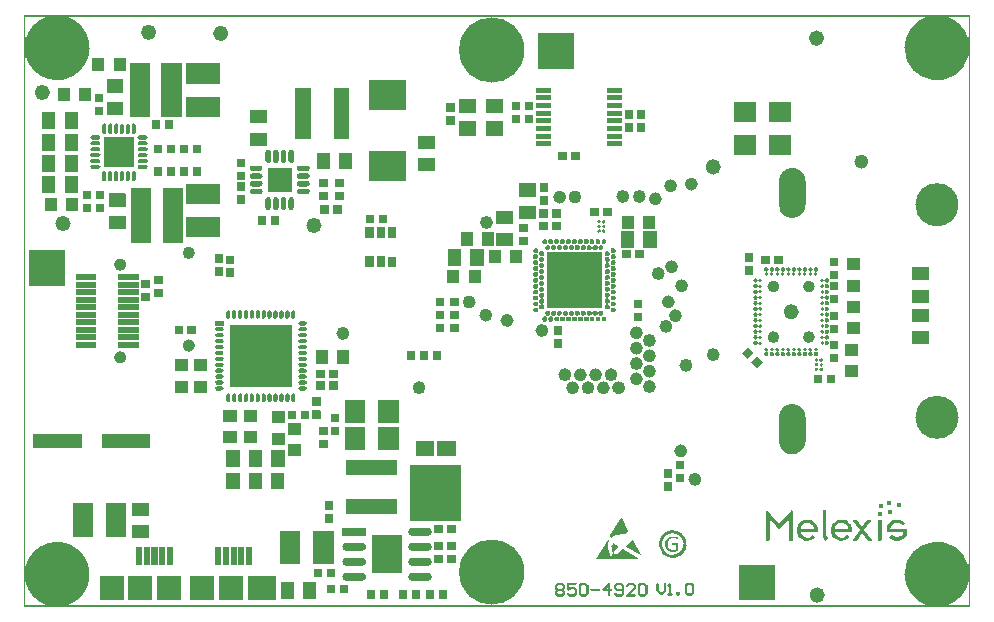
<source format=gts>
*
%FSLAX26Y26*%
%MOIN*%
%IPPOS*%
%LNts*%
%LPD*%
G75*
G36*
X-2989Y-232D02*
X-2988Y79888D01*
X3000D01*
Y3003D01*
X3146606D01*
Y79888D01*
X3152595D01*
X3152595Y-232D01*
G02X3150037Y-2969I-2990J230D01*
G01X-431D01*
X-953Y-2844D01*
G02X-2989Y-232I953J2842D01*
G37*
G36*
X-2988Y79888D02*
G01X-2988Y132762D01*
X3000D01*
G02X151793Y6922I105229J-26463D01*
G01X141436Y3003D01*
X75100D01*
G02X3025Y79919I33165J103305D01*
G01X3004D01*
X3000Y79888D01*
X-2988D01*
G37*
G36*
X-2988Y132762D02*
X-2979Y1927088D01*
X3000D01*
Y1888677D01*
G02X75028Y1965500I105236J-26490D01*
G01X141508D01*
G02X3025Y1835834I-33242J-103281D01*
G01X3004D01*
X3000Y132762D01*
X-2988D01*
G37*
G36*
X-2979Y1927088D02*
X-2979Y1968859D01*
G02X-568Y1971471I2980J-331D01*
G01X3150174D01*
G02X3152606Y1968299I-562J-2949D01*
G01Y1965500D01*
X3000D01*
Y1927088D01*
X-2979D01*
G37*
G36*
X2932842Y106307D02*
G02X3146573Y132731I108499J0D01*
G01X3146602D01*
X3146606Y1835803D01*
X3152606D01*
X3152595Y79888D01*
X3146606D01*
G02X3077984Y4185I-105242J26444D01*
G01X3074506Y3003D01*
X3008171D01*
G02X2932842Y106307I33170J103304D01*
G37*
G36*
X2932862Y1862221D02*
G02X3008099Y1965500I108505J0D01*
G01X3074579D01*
G02X3145569Y1892347I-33237J-103276D01*
G01X3146560Y1888677D01*
X3146573Y1888646D01*
X3146602D01*
X3146606Y1965500D01*
X3152606D01*
X3152606Y1835803D01*
X3146606D01*
G02X2932862Y1862221I-105240J26418D01*
G37*
G36*
X3009099Y1966500D02*
G01X3073579D01*
G02X3073579Y1964500I0J-1000D01*
G01X3009099D01*
G02X3009099Y1966500I0J1000D01*
G37*
G36*
X3147606D02*
G01X3151606D01*
G02X3151606Y1964500I0J-1000D01*
G01X3147606D01*
G02X3147606Y1966500I0J1000D01*
G37*
G36*
Y80888D02*
G01X3151595D01*
G02X3151595Y78888I0J-1000D01*
G01X3147606D01*
G02X3147606Y80888I0J1000D01*
G37*
G36*
X3009171Y4003D02*
G01X3073506D01*
G02X3073506Y2003I0J-1000D01*
G01X3009171D01*
G02X3009171Y4003I0J1000D01*
G37*
G36*
X-1979Y1928088D02*
G01X2000D01*
G02X2000Y1926088I0J-1000D01*
G01X-1979D01*
G02X-1979Y1928088I0J1000D01*
G37*
G36*
X76028Y1966500D02*
G01X140508D01*
G02X140508Y1964500I0J-1000D01*
G01X76028D01*
G02X76028Y1966500I0J1000D01*
G37*
G36*
G01X140508D01*
G02X140508Y1964500I0J-1000D01*
G01X76028D01*
G02X76028Y1966500I0J1000D01*
G37*
G36*
X-1988Y133762D02*
G01X2000D01*
G02X2000Y131762I0J-1000D01*
G01X-1988D01*
G02X-1988Y133762I0J1000D01*
G37*
G36*
X3147606Y1836803D02*
G01X3151606D01*
G02X3151606Y1834803I0J-1000D01*
G01X3147606D01*
G02X3147606Y1836803I0J1000D01*
G37*
G36*
X-1988Y80888D02*
G01X2000D01*
G02X2000Y78888I0J-1000D01*
G01X-1988D01*
G02X-1988Y80888I0J1000D01*
G37*
G36*
X76100Y4003D02*
G01X140436D01*
G02X140436Y2003I0J-1000D01*
G01X76100D01*
G02X76100Y4003I0J1000D01*
G37*
G36*
G01X140436D01*
G02X140436Y2003I0J-1000D01*
G01X76100D01*
G02X76100Y4003I0J1000D01*
G37*
G36*
X15748Y1187039D02*
G01X133858D01*
Y1068912D01*
X15748D01*
Y1187039D01*
G37*
G36*
X29111Y573202D02*
X191361D01*
Y529161D01*
X29111D01*
Y573202D01*
G37*
G36*
X33180Y1712606D02*
G02X33180Y1712606I25875J0D01*
G37*
G36*
X58709Y1433494D02*
G01X102709D01*
Y1377509D01*
X58709D01*
Y1433494D01*
G37*
G36*
Y1504407D02*
X102709D01*
Y1448361D01*
X58709D01*
Y1504407D01*
G37*
G36*
Y1575258D02*
X102709D01*
Y1519274D01*
X58709D01*
Y1575258D01*
G37*
G36*
Y1646109D02*
X102709D01*
Y1590125D01*
X58709D01*
Y1646109D01*
G37*
G36*
X66489Y1360590D02*
X106739D01*
Y1316611D01*
X66489D01*
Y1360590D01*
G37*
G36*
X102093Y1275587D02*
G02X102093Y1275587I25860J0D01*
G37*
G36*
X111765Y1726727D02*
G01X152015D01*
Y1682748D01*
X111765D01*
Y1726727D01*
G37*
G36*
X133512Y1433494D02*
X177512D01*
Y1377509D01*
X133512D01*
Y1433494D01*
G37*
G36*
Y1504407D02*
X177512D01*
Y1448361D01*
X133512D01*
Y1504407D01*
G37*
G36*
Y1575258D02*
X177512D01*
Y1519274D01*
X133512D01*
Y1575258D01*
G37*
G36*
Y1646109D02*
X177512D01*
Y1590125D01*
X133512D01*
Y1646109D01*
G37*
G36*
X137355Y1360590D02*
X177605D01*
Y1316611D01*
X137355D01*
Y1360590D01*
G37*
G36*
X161007Y342920D02*
X228757D01*
Y231885D01*
X161007D01*
Y342920D01*
G37*
G36*
X170974Y881862D02*
X238474D01*
Y861646D01*
X170974D01*
Y881862D01*
G37*
G36*
Y906869D02*
X238474D01*
Y886652D01*
X170974D01*
Y906869D01*
G37*
G36*
Y931875D02*
X238474D01*
Y911596D01*
X170974D01*
Y931875D01*
G37*
G36*
Y956881D02*
X238474D01*
Y936602D01*
X170974D01*
Y956881D01*
G37*
G36*
Y981887D02*
X238474D01*
Y961609D01*
X170974D01*
Y981887D01*
G37*
G36*
Y1006894D02*
X238474D01*
Y986615D01*
X170974D01*
Y1006894D01*
G37*
G36*
Y1031900D02*
X238474D01*
Y1011621D01*
X170974D01*
Y1031900D01*
G37*
G36*
Y1056906D02*
X238474D01*
Y1036628D01*
X170974D01*
Y1056906D01*
G37*
G36*
X177624Y1081850D02*
X237469Y1081819D01*
X238464Y1080824D01*
X238474Y1080762D01*
Y1061634D01*
X170974D01*
Y1081819D01*
X177624Y1081850D01*
G37*
G36*
X170974Y1106857D02*
X238474D01*
Y1086640D01*
X170974D01*
Y1106857D01*
G37*
G36*
X182631Y1726727D02*
X222881D01*
Y1682748D01*
X182631D01*
Y1726727D01*
G37*
G36*
X194661Y1341742D02*
X222661D01*
Y1313750D01*
X194661D01*
Y1341742D01*
G37*
G36*
Y1385036D02*
X222661D01*
Y1357044D01*
X194661D01*
Y1385036D01*
G37*
G36*
X225012Y1491500D02*
X247429D01*
G02X247766Y1477006I-348J-7259D01*
G01X224675D01*
X223582Y1477193D01*
G02X225012Y1491500I1765J7049D01*
G37*
G36*
X224597Y1471781D02*
G01X245291Y1471812D01*
G02X247766Y1457349I1703J-7152D01*
G01X224675D01*
X223582Y1457536D01*
G02X224597Y1471781I1763J7033D01*
G37*
G36*
Y1511156D02*
G01X245291Y1511187D01*
G02X247766Y1496725I1703J-7152D01*
G01X224675D01*
X223582Y1496911D01*
G02X224597Y1511156I1763J7033D01*
G37*
G36*
Y1530813D02*
G01X245291Y1530844D01*
G02X247766Y1516381I1703J-7152D01*
G01X224675D01*
X223582Y1516568D01*
G02X224597Y1530813I1763J7033D01*
G37*
G36*
Y1550532D02*
G01X245291Y1550563D01*
G02X247766Y1536100I1703J-7152D01*
G01X224675D01*
X223582Y1536287D01*
G02X224597Y1550532I1763J7033D01*
G37*
G36*
Y1570189D02*
G01X245291Y1570220D01*
G02X247766Y1555757I1703J-7152D01*
G01X224675D01*
X223582Y1555944D01*
G02X224597Y1570189I1763J7033D01*
G37*
G36*
X225938Y1827125D02*
G01X266188D01*
Y1783146D01*
X225938D01*
Y1827125D01*
G37*
G36*
X234031Y1665580D02*
X262031D01*
Y1637587D01*
X234031D01*
Y1665580D01*
G37*
G36*
Y1708874D02*
X262031D01*
Y1680882D01*
X234031D01*
Y1708874D01*
G37*
G36*
X237969Y1341742D02*
X265969D01*
Y1313750D01*
X237969D01*
Y1341742D01*
G37*
G36*
Y1385036D02*
X265969D01*
Y1357044D01*
X237969D01*
Y1385036D01*
G37*
G36*
X251714Y100633D02*
X330964D01*
Y21384D01*
X251714D01*
Y100633D01*
G37*
G36*
X257458Y573202D02*
X419708D01*
Y529161D01*
X257458D01*
Y573202D01*
G37*
G36*
X263361Y1417289D02*
X262361Y1417725D01*
X261382Y1418347D01*
X260478Y1419156D01*
X259732Y1420089D01*
X259142Y1421146D01*
X258743Y1422266D01*
X258530Y1423448D01*
X258497Y1445904D01*
G02X272999Y1445904I7251J3D01*
G01X272998Y1424256D01*
G02X263985Y1417103I-7249J-121D01*
G01X263361Y1417289D01*
G37*
G36*
Y1574792D02*
X262361Y1575227D01*
X261382Y1575849D01*
X260478Y1576658D01*
X259732Y1577591D01*
X259142Y1578648D01*
X258743Y1579768D01*
X258530Y1580950D01*
X258497Y1603406D01*
G02X272999Y1603406I7251J3D01*
G01X272998Y1581759D01*
G02X263985Y1574605I-7249J-121D01*
G01X263361Y1574792D01*
G37*
G36*
X265461Y1563253D02*
X364461D01*
Y1464285D01*
X265461D01*
Y1563253D01*
G37*
G36*
X271243Y342920D02*
X338993D01*
Y231885D01*
X271243D01*
Y342920D01*
G37*
G36*
X273181Y1681442D02*
X329181D01*
Y1638489D01*
X329135Y1638427D01*
X328202Y1637494D01*
X273181D01*
Y1681442D01*
G37*
G36*
Y1756274D02*
X329181D01*
Y1712233D01*
X273181D01*
Y1756274D01*
G37*
G36*
X283046Y1417289D02*
X282046Y1417725D01*
X281067Y1418347D01*
X280163Y1419156D01*
X279417Y1420089D01*
X278827Y1421146D01*
X278428Y1422266D01*
X278215Y1423448D01*
X278182Y1445904D01*
G02X292684Y1445904I7251J3D01*
G01X292683Y1424256D01*
G02X283670Y1417103I-7249J-121D01*
G01X283046Y1417289D01*
G37*
G36*
Y1574792D02*
X282046Y1575227D01*
X281067Y1575849D01*
X280163Y1576658D01*
X279417Y1577591D01*
X278827Y1578648D01*
X278428Y1579768D01*
X278215Y1580950D01*
X278182Y1603406D01*
G02X292684Y1603406I7251J3D01*
G01X292683Y1581759D01*
G02X283670Y1574605I-7249J-121D01*
G01X283046Y1574792D01*
G37*
G36*
X281055Y1301557D02*
X337055D01*
Y1257517D01*
X281055D01*
Y1301557D01*
G37*
G36*
X286591Y1376328D02*
X336411Y1376296D01*
X337033Y1375674D01*
X337055Y1375612D01*
Y1332349D01*
X281055D01*
Y1376296D01*
X286591Y1376328D01*
G37*
G36*
X296804Y1827125D02*
X337054D01*
Y1783146D01*
X296804D01*
Y1827125D01*
G37*
G36*
X302731Y1417289D02*
X301731Y1417725D01*
X300752Y1418347D01*
X299848Y1419156D01*
X299102Y1420089D01*
X298513Y1421146D01*
X298113Y1422266D01*
X297900Y1423448D01*
X297868Y1445904D01*
G02X312369Y1445904I7251J3D01*
G01X312368Y1424256D01*
G02X303355Y1417103I-7249J-121D01*
G01X302731Y1417289D01*
G37*
G36*
Y1574792D02*
X301731Y1575227D01*
X300752Y1575849D01*
X299848Y1576658D01*
X299102Y1577591D01*
X298513Y1578648D01*
X298113Y1579768D01*
X297900Y1580950D01*
X297868Y1603406D01*
G02X312369Y1603406I7251J3D01*
G01X312368Y1581759D01*
G02X303355Y1574605I-7249J-121D01*
G01X302731Y1574792D01*
G37*
G36*
X298160Y1138796D02*
G02X298160Y1138796I20738J0D01*
G37*
G36*
X298174Y829735D02*
G02X298174Y829735I20724J0D01*
G37*
G36*
X312707Y881862D02*
G01X380207D01*
Y861646D01*
X312707D01*
Y881862D01*
G37*
G36*
Y906869D02*
X380207D01*
Y886652D01*
X312707D01*
Y906869D01*
G37*
G36*
Y931875D02*
X380207D01*
Y911596D01*
X312707D01*
Y931875D01*
G37*
G36*
Y956881D02*
X380207D01*
Y936602D01*
X312707D01*
Y956881D01*
G37*
G36*
Y981887D02*
X380207D01*
Y961609D01*
X312707D01*
Y981887D01*
G37*
G36*
Y1006894D02*
X380207D01*
Y986615D01*
X312707D01*
Y1006894D01*
G37*
G36*
Y1031900D02*
X380207D01*
Y1011621D01*
X312707D01*
Y1031900D01*
G37*
G36*
Y1056906D02*
X380207D01*
Y1036628D01*
X312707D01*
Y1056906D01*
G37*
G36*
Y1081850D02*
X380207D01*
Y1061634D01*
X312707D01*
Y1081850D01*
G37*
G36*
Y1106857D02*
X380207D01*
Y1086640D01*
X312707D01*
Y1106857D01*
G37*
G36*
X322416Y1417289D02*
X321416Y1417725D01*
X320437Y1418347D01*
X319533Y1419156D01*
X318787Y1420089D01*
X318198Y1421146D01*
X317798Y1422266D01*
X317585Y1423448D01*
X317553Y1445904D01*
G02X332054Y1445904I7251J3D01*
G01X332053Y1424256D01*
G02X323040Y1417103I-7249J-121D01*
G01X322416Y1417289D01*
G37*
G36*
Y1574792D02*
X321416Y1575227D01*
X320437Y1575849D01*
X319533Y1576658D01*
X318787Y1577591D01*
X318198Y1578648D01*
X317798Y1579768D01*
X317585Y1580950D01*
X317553Y1603406D01*
G02X332054Y1603406I7251J3D01*
G01X332053Y1581759D01*
G02X323040Y1574605I-7249J-121D01*
G01X322416Y1574792D01*
G37*
G36*
X342101Y1417289D02*
X341101Y1417725D01*
X340122Y1418347D01*
X339219Y1419156D01*
X338472Y1420089D01*
X337883Y1421146D01*
X337483Y1422266D01*
X337270Y1423448D01*
X337238Y1445904D01*
G02X351739Y1445904I7251J3D01*
G01X351738Y1424256D01*
G02X342725Y1417103I-7249J-121D01*
G01X342101Y1417289D01*
G37*
G36*
Y1574792D02*
X341101Y1575227D01*
X340122Y1575849D01*
X339219Y1576658D01*
X338472Y1577591D01*
X337883Y1578648D01*
X337483Y1579768D01*
X337270Y1580950D01*
X337238Y1603406D01*
G02X351739Y1603406I7251J3D01*
G01X351738Y1581759D01*
G02X342725Y1574605I-7249J-121D01*
G01X342101Y1574792D01*
G37*
G36*
X346202Y100633D02*
X425452D01*
Y21384D01*
X346202D01*
Y100633D01*
G37*
G36*
X350108Y1811325D02*
X417608D01*
Y1629625D01*
X350108D01*
Y1811325D01*
G37*
G36*
X354045Y1393994D02*
X421545D01*
Y1212294D01*
X354045D01*
Y1393994D01*
G37*
G36*
X361786Y1417289D02*
X360786Y1417725D01*
X359807Y1418347D01*
X358904Y1419156D01*
X358157Y1420089D01*
X357568Y1421146D01*
X357168Y1422266D01*
X356955Y1423448D01*
X356923Y1445904D01*
G02X371424Y1445904I7251J3D01*
G01X371423Y1424256D01*
G02X362410Y1417103I-7249J-121D01*
G01X361786Y1417289D01*
G37*
G36*
Y1574792D02*
X360786Y1575227D01*
X359807Y1575849D01*
X358904Y1576658D01*
X358157Y1577591D01*
X357568Y1578648D01*
X357168Y1579768D01*
X356955Y1580950D01*
X356923Y1603406D01*
G02X371424Y1603406I7251J3D01*
G01X371423Y1581759D01*
G02X362410Y1574605I-7249J-121D01*
G01X361786Y1574792D01*
G37*
G36*
X357827Y270017D02*
X413827D01*
Y226038D01*
X357827D01*
Y270017D01*
G37*
G36*
Y344849D02*
X413827D01*
Y300808D01*
X357827D01*
Y344849D01*
G37*
G36*
X371640Y197175D02*
X392140D01*
Y137458D01*
X371640D01*
Y197175D01*
G37*
G36*
X382492Y1491500D02*
X404909D01*
G02X405247Y1477006I-348J-7259D01*
G01X382155D01*
X381062Y1477193D01*
G02X382492Y1491500I1765J7049D01*
G37*
G36*
X382077Y1471781D02*
G01X402771Y1471812D01*
G02X405247Y1457349I1703J-7152D01*
G01X382155D01*
X381062Y1457536D01*
G02X382077Y1471781I1763J7033D01*
G37*
G36*
Y1511156D02*
G01X402771Y1511187D01*
G02X405247Y1496725I1703J-7152D01*
G01X382155D01*
X381062Y1496911D01*
G02X382077Y1511156I1763J7033D01*
G37*
G36*
Y1530813D02*
G01X402771Y1530844D01*
G02X405247Y1516381I1703J-7152D01*
G01X382155D01*
X381062Y1516568D01*
G02X382077Y1530813I1763J7033D01*
G37*
G36*
Y1550532D02*
G01X402771Y1550563D01*
G02X405247Y1536100I1703J-7152D01*
G01X382155D01*
X381062Y1536287D01*
G02X382077Y1550532I1763J7033D01*
G37*
G36*
Y1570189D02*
G01X402771Y1570220D01*
G02X405247Y1555757I1703J-7152D01*
G01X382155D01*
X381062Y1555944D01*
G02X382077Y1570189I1763J7033D01*
G37*
G36*
X387511Y1913403D02*
G02X387511Y1913403I25875J0D01*
G37*
G36*
X389543Y1044528D02*
G01X417543D01*
Y1016535D01*
X389543D01*
Y1044528D01*
G37*
G36*
Y1087822D02*
X417543D01*
Y1059830D01*
X389543D01*
Y1087822D01*
G37*
G36*
X397230Y197175D02*
X417730D01*
Y137458D01*
X397230D01*
Y197175D01*
G37*
G36*
X422821D02*
X443321D01*
Y137458D01*
X422821D01*
Y197175D01*
G37*
G36*
X424976Y1620294D02*
X452976D01*
Y1592302D01*
X424976D01*
Y1620294D01*
G37*
G36*
X430882Y1462792D02*
X458882D01*
Y1434800D01*
X430882D01*
Y1462792D01*
G37*
G36*
Y1537624D02*
X458882D01*
Y1509632D01*
X430882D01*
Y1537624D01*
G37*
G36*
X432850Y1059146D02*
X460850D01*
Y1031278D01*
X432850D01*
Y1059146D01*
G37*
G36*
Y1102565D02*
X460850D01*
Y1074572D01*
X432850D01*
Y1102565D01*
G37*
G36*
X440690Y100633D02*
X519940D01*
Y21384D01*
X440690D01*
Y100633D01*
G37*
G36*
X448411Y197175D02*
X468911D01*
Y137458D01*
X448411D01*
Y197175D01*
G37*
G36*
X456407Y1811325D02*
X523907D01*
Y1629625D01*
X456407D01*
Y1811325D01*
G37*
G36*
X460344Y1393994D02*
X527844D01*
Y1212294D01*
X460344D01*
Y1393994D01*
G37*
G36*
X468283Y1620294D02*
X496283D01*
Y1592302D01*
X468283D01*
Y1620294D01*
G37*
G36*
X474002Y197175D02*
X494502D01*
Y137458D01*
X474002D01*
Y197175D01*
G37*
G36*
X474189Y1462792D02*
X502189D01*
Y1434800D01*
X474189D01*
Y1462792D01*
G37*
G36*
Y1537624D02*
X502189D01*
Y1509632D01*
X474189D01*
Y1537624D01*
G37*
G36*
X499780Y935234D02*
X527780D01*
Y907242D01*
X499780D01*
Y935234D01*
G37*
G36*
X501622Y752414D02*
X545622D01*
Y712168D01*
X501622D01*
Y752414D01*
G37*
G36*
Y823265D02*
X545622D01*
Y783517D01*
X501622D01*
Y823265D01*
G37*
G36*
X517496Y1462792D02*
X545496D01*
Y1434800D01*
X517496D01*
Y1462792D01*
G37*
G36*
Y1537624D02*
X545291D01*
Y1511032D01*
X545260Y1510970D01*
X543954Y1509663D01*
X517496D01*
Y1537624D01*
G37*
G36*
X526506Y869076D02*
G02X526506Y869076I20738J0D01*
G37*
G36*
X526520Y1178143D02*
G02X526520Y1178143I20724J0D01*
G37*
G36*
X538988Y1297639D02*
G01X649988D01*
Y1229898D01*
X538988D01*
Y1297639D01*
G37*
G36*
Y1407865D02*
X649988D01*
Y1340124D01*
X538988D01*
Y1407865D01*
G37*
G36*
Y1699232D02*
X649988D01*
Y1631491D01*
X538988D01*
Y1699232D01*
G37*
G36*
Y1809459D02*
X649988D01*
Y1741718D01*
X538988D01*
Y1809459D01*
G37*
G36*
X543087Y935234D02*
X571087D01*
Y907242D01*
X543087D01*
Y935234D01*
G37*
G36*
X550926Y100633D02*
X630176D01*
Y21384D01*
X550926D01*
Y100633D01*
G37*
G36*
X560803Y1462792D02*
X588803D01*
Y1434800D01*
X560803D01*
Y1462792D01*
G37*
G36*
Y1537624D02*
X588803D01*
Y1509632D01*
X560803D01*
Y1537624D01*
G37*
G36*
X564614Y752414D02*
X608614D01*
Y712168D01*
X564614D01*
Y752414D01*
G37*
G36*
Y823265D02*
X608614D01*
Y784854D01*
X608564Y784792D01*
X607320Y783548D01*
X564614D01*
Y823265D01*
G37*
G36*
X627668Y1909422D02*
G02X627668Y1909422I25875J0D01*
G37*
G36*
X641952Y733628D02*
G01X655293D01*
G02X655214Y719135I1161J-7253D01*
G01X640076Y719166D01*
X638984Y719352D01*
G02X641952Y733628I1773J7078D01*
G37*
G36*
Y753285D02*
G01X655293D01*
G02X655214Y738791I1161J-7253D01*
G01X640076Y738822D01*
X638984Y739009D01*
G02X641952Y753285I1773J7078D01*
G37*
G36*
Y773004D02*
G01X655293D01*
G02X655214Y758510I1161J-7253D01*
G01X640076Y758541D01*
X638984Y758728D01*
G02X641952Y773004I1773J7078D01*
G37*
G36*
Y792661D02*
G01X655293D01*
G02X655214Y778167I1161J-7253D01*
G01X640076Y778198D01*
X638984Y778385D01*
G02X641952Y792661I1773J7078D01*
G37*
G36*
Y812380D02*
G01X655293D01*
G02X655214Y797886I1161J-7253D01*
G01X640076Y797917D01*
X638984Y798104D01*
G02X641952Y812380I1773J7078D01*
G37*
G36*
Y832036D02*
G01X655293D01*
G02X655214Y817543I1161J-7253D01*
G01X640076Y817574D01*
X638984Y817760D01*
G02X641952Y832036I1773J7078D01*
G37*
G36*
Y851755D02*
G01X655293D01*
G02X655214Y837261I1161J-7253D01*
G01X640076Y837293D01*
X638984Y837479D01*
G02X641952Y851755I1773J7078D01*
G37*
G36*
Y871412D02*
G01X655293D01*
G02X655214Y856918I1161J-7253D01*
G01X640076Y856949D01*
X638984Y857136D01*
G02X641952Y871412I1773J7078D01*
G37*
G36*
Y891131D02*
G01X655293D01*
G02X655214Y876637I1161J-7253D01*
G01X640076Y876668D01*
X638984Y876855D01*
G02X641952Y891131I1773J7078D01*
G37*
G36*
Y910787D02*
G01X655293D01*
G02X655214Y896294I1161J-7253D01*
G01X640076Y896325D01*
X638984Y896511D01*
G02X641952Y910787I1773J7078D01*
G37*
G36*
X640413Y930475D02*
G01X654981Y930506D01*
G02X655214Y915950I1419J-7257D01*
G01X640076Y915981D01*
X638984Y916168D01*
G02X640413Y930475I1765J7049D01*
G37*
G36*
X633497Y950163D02*
G01X663747D01*
Y935669D01*
X633497D01*
Y950163D01*
G37*
G36*
X633638Y1130121D02*
X661638D01*
Y1102129D01*
X633638D01*
Y1130121D01*
G37*
G36*
Y1173478D02*
X661638D01*
Y1145424D01*
X633638D01*
Y1173478D01*
G37*
G36*
X635419Y197175D02*
X655919D01*
Y137987D01*
X655714Y137489D01*
X635419D01*
Y197175D01*
G37*
G36*
X649351Y100633D02*
X728601D01*
Y21384D01*
X649351D01*
Y100633D01*
G37*
G36*
X661010Y197175D02*
X681510D01*
Y137458D01*
X661010D01*
Y197175D01*
G37*
G36*
X663039Y583093D02*
X707039D01*
Y542846D01*
X663039D01*
Y583093D01*
G37*
G36*
Y654006D02*
X707039D01*
Y613760D01*
X663039D01*
Y654006D01*
G37*
G36*
X671039Y1126202D02*
X699039D01*
Y1098210D01*
X671039D01*
Y1126202D01*
G37*
G36*
Y1169310D02*
X699039D01*
Y1141505D01*
X671039D01*
Y1169310D01*
G37*
G36*
X676746Y681159D02*
X675747Y681594D01*
X674768Y682216D01*
X673864Y683025D01*
X673118Y683958D01*
X672528Y685015D01*
X672129Y686135D01*
X671916Y687317D01*
X671883Y703739D01*
G02X686384Y703739I7251J3D01*
G01X686384Y688126D01*
G02X677370Y680972I-7249J-121D01*
G01X676746Y681159D01*
G37*
G36*
Y958716D02*
X675747Y959152D01*
X674768Y959774D01*
X673864Y960582D01*
X673118Y961515D01*
X672528Y962573D01*
X672129Y963693D01*
X671916Y964874D01*
X671883Y981296D01*
G02X686384Y981296I7251J3D01*
G01X686384Y965683D01*
G02X677370Y958530I-7249J-121D01*
G01X676746Y958716D01*
G37*
G36*
X672882Y445309D02*
X716882D01*
Y389325D01*
X672882D01*
Y445309D01*
G37*
G36*
Y520142D02*
X716882D01*
Y464095D01*
X672882D01*
Y520142D01*
G37*
G36*
X684777Y937287D02*
X890027D01*
Y732011D01*
X684777D01*
Y937287D01*
G37*
G36*
X686600Y197175D02*
X707100D01*
Y137458D01*
X686600D01*
Y197175D01*
G37*
G36*
X696431Y681159D02*
X695432Y681594D01*
X694453Y682216D01*
X693549Y683025D01*
X692803Y683958D01*
X692213Y685015D01*
X691814Y686135D01*
X691601Y687317D01*
X691568Y703739D01*
G02X706069Y703739I7251J3D01*
G01X706069Y688126D01*
G02X697056Y680972I-7249J-121D01*
G01X696431Y681159D01*
G37*
G36*
Y958716D02*
X695432Y959152D01*
X694453Y959774D01*
X693549Y960582D01*
X692803Y961515D01*
X692213Y962573D01*
X691814Y963693D01*
X691601Y964874D01*
X691568Y981296D01*
G02X706069Y981296I7251J3D01*
G01X706069Y965683D01*
G02X697056Y958530I-7249J-121D01*
G01X696431Y958716D01*
G37*
G36*
X706472Y1413588D02*
X734472D01*
Y1385596D01*
X706472D01*
Y1413588D01*
G37*
G36*
Y1449045D02*
X734472D01*
Y1421053D01*
X706472D01*
Y1449045D01*
G37*
G36*
Y1492339D02*
X734472D01*
Y1464347D01*
X706472D01*
Y1492339D01*
G37*
G36*
X706677Y1370294D02*
X734472D01*
Y1342302D01*
X706677D01*
Y1370294D01*
G37*
G36*
X716117Y681159D02*
X715117Y681594D01*
X714138Y682216D01*
X713234Y683025D01*
X712488Y683958D01*
X711898Y685015D01*
X711499Y686135D01*
X711286Y687317D01*
X711253Y703739D01*
G02X725755Y703739I7251J3D01*
G01X725754Y688126D01*
G02X716741Y680972I-7249J-121D01*
G01X716117Y681159D01*
G37*
G36*
Y958716D02*
X715117Y959152D01*
X714138Y959774D01*
X713234Y960582D01*
X712488Y961515D01*
X711898Y962573D01*
X711499Y963693D01*
X711286Y964874D01*
X711253Y981296D01*
G02X725755Y981296I7251J3D01*
G01X725754Y965683D01*
G02X716741Y958530I-7249J-121D01*
G01X716117Y958716D01*
G37*
G36*
X712191Y197175D02*
X732691D01*
Y137458D01*
X712191D01*
Y197175D01*
G37*
G36*
X729969Y583093D02*
X773969D01*
Y542846D01*
X729969D01*
Y583093D01*
G37*
G36*
Y654006D02*
X773969D01*
Y613760D01*
X729969D01*
Y654006D01*
G37*
G36*
X735802Y681159D02*
X734802Y681594D01*
X733823Y682216D01*
X732919Y683025D01*
X732173Y683958D01*
X731583Y685015D01*
X731184Y686135D01*
X730971Y687317D01*
X730938Y703739D01*
G02X745440Y703739I7251J3D01*
G01X745439Y688126D01*
G02X736426Y680972I-7249J-121D01*
G01X735802Y681159D01*
G37*
G36*
Y958716D02*
X734802Y959152D01*
X733823Y959774D01*
X732919Y960582D01*
X732173Y961515D01*
X731583Y962573D01*
X731184Y963693D01*
X730971Y964874D01*
X730938Y981296D01*
G02X745440Y981296I7251J3D01*
G01X745439Y965683D01*
G02X736426Y958530I-7249J-121D01*
G01X735802Y958716D01*
G37*
G36*
X737781Y197175D02*
X758281D01*
Y137458D01*
X737781D01*
Y197175D01*
G37*
G36*
X743714Y100757D02*
X838964D01*
Y21260D01*
X743714D01*
Y100757D01*
G37*
G36*
X747685Y445309D02*
X791685D01*
Y389325D01*
X747685D01*
Y445309D01*
G37*
G36*
Y520142D02*
X791339D01*
Y464095D01*
X747685D01*
Y520142D01*
G37*
G36*
X758249Y1443291D02*
X785059D01*
G02X785161Y1424816I-668J-9241D01*
G01X758146D01*
X756909Y1425003D01*
G02X758249Y1443291I1995J9047D01*
G37*
G36*
X757903Y1417663D02*
G01X782423Y1417694D01*
G02X785161Y1399250I1892J-9144D01*
G01X758146D01*
X756909Y1399437D01*
G02X757903Y1417663I1994J9031D01*
G37*
G36*
Y1468857D02*
G01X782423Y1468888D01*
G02X785161Y1450444I1892J-9144D01*
G01X758146D01*
X756909Y1450631D01*
G02X757903Y1468857I1994J9031D01*
G37*
G36*
X749952Y1380589D02*
G01Y1385192D01*
G02X757903Y1392096I8958J-2285D01*
G01X785405D01*
G02X785161Y1373684I-1001J-9195D01*
G01X758146D01*
X756909Y1373870D01*
G02X749952Y1380589I1997J9029D01*
G37*
G36*
X755487Y681159D02*
G01X754487Y681594D01*
X753508Y682216D01*
X752604Y683025D01*
X751858Y683958D01*
X751268Y685015D01*
X750869Y686135D01*
X750656Y687317D01*
X750623Y703739D01*
G02X765125Y703739I7251J3D01*
G01X765124Y688126D01*
G02X756111Y680972I-7249J-121D01*
G01X755487Y681159D01*
G37*
G36*
Y958716D02*
X754487Y959152D01*
X753508Y959774D01*
X752604Y960582D01*
X751858Y961515D01*
X751268Y962573D01*
X750869Y963693D01*
X750656Y964874D01*
X750623Y981296D01*
G02X765125Y981296I7251J3D01*
G01X765124Y965683D01*
G02X756111Y958530I-7249J-121D01*
G01X755487Y958716D01*
G37*
G36*
X751528Y1579115D02*
X807528D01*
Y1535074D01*
X751528D01*
Y1579115D01*
G37*
G36*
Y1653885D02*
X807528D01*
Y1609906D01*
X751528D01*
Y1653885D01*
G37*
G36*
X775172Y681159D02*
X774172Y681594D01*
X773193Y682216D01*
X772289Y683025D01*
X771543Y683958D01*
X770953Y685015D01*
X770554Y686135D01*
X770341Y687317D01*
X770308Y703739D01*
G02X784810Y703739I7251J3D01*
G01X784809Y688126D01*
G02X775796Y680972I-7249J-121D01*
G01X775172Y681159D01*
G37*
G36*
Y958716D02*
X774172Y959152D01*
X773193Y959774D01*
X772289Y960582D01*
X771543Y961515D01*
X770953Y962573D01*
X770554Y963693D01*
X770341Y964874D01*
X770308Y981296D01*
G02X784810Y981296I7251J3D01*
G01X784809Y965683D01*
G02X775796Y958530I-7249J-121D01*
G01X775172Y958716D01*
G37*
G36*
X777339Y1300438D02*
X805339D01*
Y1272446D01*
X777339D01*
Y1300438D01*
G37*
G36*
X794857Y681159D02*
X793857Y681594D01*
X792878Y682216D01*
X791974Y683025D01*
X791228Y683958D01*
X790638Y685015D01*
X790239Y686135D01*
X790026Y687317D01*
X789994Y703739D01*
G02X804495Y703739I7251J3D01*
G01X804494Y688126D01*
G02X795481Y680972I-7249J-121D01*
G01X794857Y681159D01*
G37*
G36*
Y958716D02*
X793857Y959152D01*
X792878Y959774D01*
X791974Y960582D01*
X791228Y961515D01*
X790638Y962573D01*
X790239Y963693D01*
X790026Y964874D01*
X789994Y981296D01*
G02X804495Y981296I7251J3D01*
G01X804494Y965683D01*
G02X795481Y958530I-7249J-121D01*
G01X794857Y958716D01*
G37*
G36*
X809303Y1320934D02*
X808024Y1321432D01*
X806829Y1322116D01*
X805730Y1322987D01*
X804751Y1324044D01*
X803957Y1325226D01*
X803324Y1326595D01*
X802939Y1327963D01*
X802770Y1329332D01*
X802758Y1355209D01*
G02X821252Y1355582I9249J72D01*
G01X821258Y1329830D01*
G02X810013Y1320748I-9255J-43D01*
G01X809303Y1320934D01*
G37*
G36*
Y1478374D02*
X808024Y1478872D01*
X806829Y1479556D01*
X805730Y1480427D01*
X804751Y1481485D01*
X803957Y1482667D01*
X803371Y1483911D01*
X802965Y1485279D01*
X802777Y1486648D01*
X802769Y1513147D01*
G02X821258Y1512214I9247J-424D01*
G01X821187Y1486088D01*
X820913Y1484719D01*
X820409Y1483351D01*
X819715Y1482107D01*
X818842Y1480987D01*
X817856Y1480054D01*
X816694Y1479245D01*
X815575Y1478685D01*
X814266Y1478250D01*
X812338Y1477970D01*
X810697Y1478063D01*
X809303Y1478374D01*
G37*
G36*
X814542Y681159D02*
X813542Y681594D01*
X812563Y682216D01*
X811659Y683025D01*
X810913Y683958D01*
X810324Y685015D01*
X809924Y686135D01*
X809711Y687317D01*
X809679Y703739D01*
G02X824180Y703739I7251J3D01*
G01X824179Y688126D01*
G02X815166Y680972I-7249J-121D01*
G01X814542Y681159D01*
G37*
G36*
Y958716D02*
X813542Y959152D01*
X812563Y959774D01*
X811659Y960582D01*
X810913Y961515D01*
X810324Y962573D01*
X809924Y963693D01*
X809711Y964874D01*
X809679Y981296D01*
G02X824180Y981296I7251J3D01*
G01X824179Y965683D01*
G02X815166Y958530I-7249J-121D01*
G01X814542Y958716D01*
G37*
G36*
X809769Y1461859D02*
X891019D01*
Y1380620D01*
X809769D01*
Y1461859D01*
G37*
G36*
X820646Y1300438D02*
X848646D01*
Y1272446D01*
X820646D01*
Y1300438D01*
G37*
G36*
X822488Y445309D02*
X866190D01*
Y389325D01*
X822488D01*
Y445309D01*
G37*
G36*
Y520142D02*
X866488D01*
Y464095D01*
X822488D01*
Y520142D01*
G37*
G36*
X824457Y579174D02*
X868457D01*
Y538928D01*
X824457D01*
Y579174D01*
G37*
G36*
Y650025D02*
X868457D01*
Y609779D01*
X824457D01*
Y650025D01*
G37*
G36*
X834894Y1320934D02*
X833615Y1321432D01*
X832419Y1322116D01*
X831320Y1322987D01*
X830342Y1324044D01*
X829547Y1325226D01*
X828915Y1326595D01*
X828529Y1327963D01*
X828360Y1329332D01*
X828348Y1355209D01*
G02X846843Y1355582I9249J72D01*
G01X846848Y1329830D01*
G02X835604Y1320748I-9255J-43D01*
G01X834894Y1320934D01*
G37*
G36*
Y1478374D02*
X833615Y1478872D01*
X832419Y1479556D01*
X831320Y1480427D01*
X830342Y1481485D01*
X829547Y1482667D01*
X828961Y1483911D01*
X828555Y1485279D01*
X828367Y1486648D01*
X828359Y1513147D01*
G02X846848Y1512214I9247J-424D01*
G01X846778Y1486088D01*
X846503Y1484719D01*
X846000Y1483351D01*
X845306Y1482107D01*
X844432Y1480987D01*
X843447Y1480054D01*
X842285Y1479245D01*
X841165Y1478685D01*
X839857Y1478250D01*
X837928Y1477970D01*
X836288Y1478063D01*
X834894Y1478374D01*
G37*
G36*
X834227Y681159D02*
X833227Y681594D01*
X832248Y682216D01*
X831344Y683025D01*
X830598Y683958D01*
X830009Y685015D01*
X829609Y686135D01*
X829396Y687317D01*
X829364Y703739D01*
G02X843865Y703739I7251J3D01*
G01X843864Y688126D01*
G02X834851Y680972I-7249J-121D01*
G01X834227Y681159D01*
G37*
G36*
Y958716D02*
X833227Y959152D01*
X832248Y959774D01*
X831344Y960582D01*
X830598Y961515D01*
X830009Y962573D01*
X829609Y963693D01*
X829396Y964874D01*
X829364Y981296D01*
G02X843865Y981296I7251J3D01*
G01X843864Y965683D01*
G02X834851Y958530I-7249J-121D01*
G01X834227Y958716D01*
G37*
G36*
X853912Y681159D02*
X852912Y681594D01*
X851933Y682216D01*
X851030Y683025D01*
X850283Y683958D01*
X849694Y685015D01*
X849294Y686135D01*
X849081Y687317D01*
X849049Y703739D01*
G02X863550Y703739I7251J3D01*
G01X863549Y688126D01*
G02X854536Y680972I-7249J-121D01*
G01X853912Y681159D01*
G37*
G36*
Y958716D02*
X852912Y959152D01*
X851933Y959774D01*
X851030Y960582D01*
X850283Y961515D01*
X849694Y962573D01*
X849294Y963693D01*
X849081Y964874D01*
X849049Y981296D01*
G02X863550Y981296I7251J3D01*
G01X863549Y965683D01*
G02X854536Y958530I-7249J-121D01*
G01X853912Y958716D01*
G37*
G36*
X851952Y252350D02*
X919702D01*
Y141377D01*
X851952D01*
Y252350D01*
G37*
G36*
X860484Y1320934D02*
X859205Y1321432D01*
X858010Y1322116D01*
X856911Y1322987D01*
X855932Y1324044D01*
X855138Y1325226D01*
X854505Y1326595D01*
X854120Y1327963D01*
X853951Y1329332D01*
X853939Y1355209D01*
G02X872433Y1355582I9249J72D01*
G01X872439Y1329830D01*
G02X861194Y1320748I-9255J-43D01*
G01X860484Y1320934D01*
G37*
G36*
Y1478374D02*
X859205Y1478872D01*
X858010Y1479556D01*
X856911Y1480427D01*
X855932Y1481485D01*
X855138Y1482667D01*
X854552Y1483911D01*
X854146Y1485279D01*
X853958Y1486648D01*
X853950Y1513147D01*
G02X872439Y1512214I9247J-424D01*
G01X872369Y1486088D01*
X872094Y1484719D01*
X871590Y1483351D01*
X870897Y1482107D01*
X870023Y1480987D01*
X869037Y1480054D01*
X867875Y1479245D01*
X866756Y1478685D01*
X865447Y1478250D01*
X863519Y1477970D01*
X861879Y1478063D01*
X860484Y1478374D01*
G37*
G36*
X854109Y81039D02*
X897859D01*
Y25303D01*
X854109D01*
Y81039D01*
G37*
G36*
X873597Y681159D02*
X872597Y681594D01*
X871618Y682216D01*
X870715Y683025D01*
X869968Y683958D01*
X869379Y685015D01*
X868979Y686135D01*
X868766Y687317D01*
X868734Y703739D01*
G02X883235Y703739I7251J3D01*
G01X883234Y688126D01*
G02X874221Y680972I-7249J-121D01*
G01X873597Y681159D01*
G37*
G36*
Y958716D02*
X872597Y959152D01*
X871618Y959774D01*
X870715Y960582D01*
X869968Y961515D01*
X869379Y962573D01*
X868979Y963693D01*
X868766Y964874D01*
X868734Y981296D01*
G02X883235Y981296I7251J3D01*
G01X883234Y965683D01*
G02X874221Y958530I-7249J-121D01*
G01X873597Y958716D01*
G37*
G36*
X877606Y541789D02*
X921606D01*
Y501543D01*
X877606D01*
Y541789D01*
G37*
G36*
Y612640D02*
X921606D01*
Y572394D01*
X877606D01*
Y612640D01*
G37*
G36*
X877732Y651767D02*
X905732D01*
Y623775D01*
X877732D01*
Y651767D01*
G37*
G36*
X886075Y1320934D02*
X884796Y1321432D01*
X883600Y1322116D01*
X882501Y1322987D01*
X881523Y1324044D01*
X880729Y1325226D01*
X880096Y1326595D01*
X879711Y1327963D01*
X879541Y1329332D01*
X879530Y1355209D01*
G02X898024Y1355582I9249J72D01*
G01X898030Y1329830D01*
G02X886785Y1320748I-9255J-43D01*
G01X886075Y1320934D01*
G37*
G36*
Y1478374D02*
X884796Y1478872D01*
X883600Y1479556D01*
X882501Y1480427D01*
X881523Y1481485D01*
X880729Y1482667D01*
X880143Y1483911D01*
X879736Y1485279D01*
X879548Y1486648D01*
X879540Y1513147D01*
G02X898030Y1512214I9247J-424D01*
G01X897959Y1486088D01*
X897684Y1484719D01*
X897181Y1483351D01*
X896487Y1482107D01*
X895614Y1480987D01*
X894628Y1480054D01*
X893466Y1479245D01*
X892346Y1478685D01*
X891038Y1478250D01*
X889109Y1477970D01*
X887469Y1478063D01*
X886075Y1478374D01*
G37*
G36*
X893282Y681159D02*
X892282Y681594D01*
X891303Y682216D01*
X890400Y683025D01*
X889653Y683958D01*
X889064Y685015D01*
X888664Y686135D01*
X888451Y687317D01*
X888419Y703739D01*
G02X902920Y703739I7251J3D01*
G01X902919Y688126D01*
G02X893906Y680972I-7249J-121D01*
G01X893282Y681159D01*
G37*
G36*
Y958716D02*
X892282Y959152D01*
X891303Y959774D01*
X890400Y960582D01*
X889653Y961515D01*
X889064Y962573D01*
X888664Y963693D01*
X888451Y964874D01*
X888419Y981296D01*
G02X902920Y981296I7251J3D01*
G01X902919Y965683D01*
G02X893906Y958530I-7249J-121D01*
G01X893282Y958716D01*
G37*
G36*
X901165Y1726727D02*
X953165D01*
Y1556721D01*
X901165D01*
Y1726727D01*
G37*
G36*
X915729Y1443291D02*
X942539D01*
G02X942642Y1424816I-668J-9241D01*
G01X915626D01*
X914389Y1425003D01*
G02X915729Y1443291I1995J9047D01*
G37*
G36*
X915383Y1392096D02*
G01X939903Y1392128D01*
G02X942642Y1373684I1892J-9144D01*
G01X915626D01*
X914389Y1373870D01*
G02X915383Y1392096I1994J9031D01*
G37*
G36*
Y1417663D02*
G01X939903Y1417694D01*
G02X942642Y1399250I1892J-9144D01*
G01X915626D01*
X914389Y1399437D01*
G02X915383Y1417663I1994J9031D01*
G37*
G36*
Y1468857D02*
G01X939903Y1468888D01*
G02X942642Y1450444I1892J-9144D01*
G01X915626D01*
X914389Y1450631D01*
G02X915383Y1468857I1994J9031D01*
G37*
G36*
X919511Y733628D02*
G01X932852D01*
G02X932773Y719135I1161J-7253D01*
G01X917635Y719166D01*
X916543Y719352D01*
G02X919511Y733628I1773J7078D01*
G37*
G36*
Y753285D02*
G01X932852D01*
G02X932773Y738791I1161J-7253D01*
G01X917635Y738822D01*
X916543Y739009D01*
G02X919511Y753285I1773J7078D01*
G37*
G36*
Y773004D02*
G01X932852D01*
G02X932773Y758510I1161J-7253D01*
G01X917635Y758541D01*
X916543Y758728D01*
G02X919511Y773004I1773J7078D01*
G37*
G36*
Y792661D02*
G01X932852D01*
G02X932773Y778167I1161J-7253D01*
G01X917635Y778198D01*
X916543Y778385D01*
G02X919511Y792661I1773J7078D01*
G37*
G36*
Y812380D02*
G01X932852D01*
G02X932773Y797886I1161J-7253D01*
G01X917635Y797917D01*
X916543Y798104D01*
G02X919511Y812380I1773J7078D01*
G37*
G36*
Y832036D02*
G01X932852D01*
G02X932773Y817543I1161J-7253D01*
G01X917635Y817574D01*
X916543Y817760D01*
G02X919511Y832036I1773J7078D01*
G37*
G36*
Y851755D02*
G01X932852D01*
G02X932773Y837261I1161J-7253D01*
G01X917635Y837293D01*
X916543Y837479D01*
G02X919511Y851755I1773J7078D01*
G37*
G36*
Y871412D02*
G01X932852D01*
G02X932773Y856918I1161J-7253D01*
G01X917635Y856949D01*
X916543Y857136D01*
G02X919511Y871412I1773J7078D01*
G37*
G36*
Y891131D02*
G01X932852D01*
G02X932773Y876637I1161J-7253D01*
G01X917635Y876668D01*
X916543Y876855D01*
G02X919511Y891131I1773J7078D01*
G37*
G36*
Y910787D02*
G01X932852D01*
G02X932773Y896294I1161J-7253D01*
G01X917635Y896325D01*
X916543Y896511D01*
G02X919511Y910787I1773J7078D01*
G37*
G36*
Y950163D02*
G01X932852D01*
G02X932773Y935669I1161J-7253D01*
G01X917635Y935700D01*
X916543Y935887D01*
G02X919511Y950163I1773J7078D01*
G37*
G36*
X917973Y930475D02*
G01X932540Y930506D01*
G02X932773Y915950I1419J-7257D01*
G01X917635Y915981D01*
X916543Y916168D01*
G02X917973Y930475I1765J7049D01*
G37*
G36*
X921039Y651767D02*
G01X949039D01*
Y623775D01*
X921039D01*
Y651767D01*
G37*
G36*
X928787Y81163D02*
X972787D01*
Y25179D01*
X928787D01*
Y81163D01*
G37*
G36*
X938692Y1269709D02*
G02X938692Y1269709I25875J0D01*
G37*
G36*
X961086Y653757D02*
G01X984895Y653726D01*
X986441Y652171D01*
Y625765D01*
X958441D01*
Y653726D01*
X961086Y653757D01*
G37*
G36*
X958441Y697052D02*
X986441D01*
Y669060D01*
X958441D01*
Y697052D01*
G37*
G36*
X968862Y252350D02*
X1028923Y252319D01*
X1029918Y251324D01*
X1029938Y251262D01*
Y141377D01*
X962188D01*
Y252319D01*
X968862Y252350D01*
G37*
G36*
X964346Y124209D02*
X992346D01*
Y96217D01*
X964346D01*
Y124209D01*
G37*
G36*
X970043Y851724D02*
X970976Y852657D01*
X1010282D01*
Y808896D01*
X970032D01*
Y851662D01*
X970043Y851724D01*
G37*
G36*
X972220Y750237D02*
X1000220D01*
Y722245D01*
X972220D01*
Y750237D01*
G37*
G36*
Y787435D02*
X1000220D01*
Y759630D01*
X972220D01*
Y787435D01*
G37*
G36*
X974063Y1512245D02*
X1018063D01*
Y1456261D01*
X974063D01*
Y1512245D01*
G37*
G36*
X982063Y555350D02*
X1010063D01*
Y527357D01*
X982063D01*
Y555350D01*
G37*
G36*
Y598644D02*
X1010063D01*
Y570652D01*
X982063D01*
Y598644D01*
G37*
G36*
Y1382113D02*
X1010063D01*
Y1354120D01*
X982063D01*
Y1382113D01*
G37*
G36*
Y1425407D02*
X1010063D01*
Y1397415D01*
X982063D01*
Y1425407D01*
G37*
G36*
X986000Y1336828D02*
X1014000D01*
Y1308835D01*
X986000D01*
Y1336828D01*
G37*
G36*
X1001748Y307277D02*
X1029748D01*
Y279285D01*
X1001748D01*
Y307277D01*
G37*
G36*
Y350634D02*
X1029748D01*
Y322642D01*
X1001748D01*
Y350634D01*
G37*
G36*
X1007654Y71086D02*
X1035654D01*
Y43094D01*
X1007654D01*
Y71086D01*
G37*
G36*
Y124209D02*
X1035654D01*
Y96217D01*
X1007654D01*
Y124209D01*
G37*
G36*
X1015528Y750237D02*
X1043528D01*
Y722245D01*
X1015528D01*
Y750237D01*
G37*
G36*
Y787435D02*
X1043528D01*
Y759630D01*
X1015528D01*
Y787435D01*
G37*
G36*
X1021433Y598644D02*
X1049433D01*
Y570652D01*
X1021433D01*
Y598644D01*
G37*
G36*
Y641939D02*
X1049433D01*
Y613946D01*
X1021433D01*
Y641939D01*
G37*
G36*
X1029307Y1336828D02*
X1057307D01*
Y1308835D01*
X1029307D01*
Y1336828D01*
G37*
G36*
X1031087Y1726727D02*
X1083087D01*
Y1556721D01*
X1031087D01*
Y1726727D01*
G37*
G36*
X1035213Y1382113D02*
X1063213D01*
Y1354120D01*
X1035213D01*
Y1382113D01*
G37*
G36*
Y1425407D02*
X1063213D01*
Y1397415D01*
X1035213D01*
Y1425407D01*
G37*
G36*
X1039153Y909450D02*
G02X1039153Y909450I21871J0D01*
G37*
G36*
X1040899Y852688D02*
G01X1081149D01*
Y808896D01*
X1040899D01*
Y852688D01*
G37*
G36*
X1048866Y1512245D02*
X1092866D01*
Y1456261D01*
X1048866D01*
Y1512245D01*
G37*
G36*
X1050961Y71086D02*
X1078961D01*
Y43094D01*
X1050961D01*
Y71086D01*
G37*
G36*
X1059463Y262365D02*
X1138963D01*
Y234124D01*
X1059463D01*
Y262365D01*
G37*
G36*
X1072542Y112296D02*
X1125883D01*
G02X1125774Y84118I-1047J-14086D01*
G01X1071967Y84180D01*
X1071117Y84304D01*
G02X1072542Y112296I2470J13907D01*
G37*
G36*
Y162309D02*
G01X1125883D01*
G02X1125774Y134130I-1047J-14086D01*
G01X1071967Y134193D01*
X1071117Y134317D01*
G02X1072542Y162309I2470J13907D01*
G37*
G36*
Y212322D02*
G01X1125883D01*
G02X1125774Y184143I-1047J-14086D01*
G01X1071967Y184205D01*
X1071117Y184330D01*
G02X1072542Y212322I2470J13907D01*
G37*
G36*
X1068487Y596778D02*
G01X1136237D01*
Y521324D01*
X1068487D01*
Y596778D01*
G37*
G36*
Y687348D02*
X1136237D01*
Y611831D01*
X1068487D01*
Y687348D01*
G37*
G36*
X1072480Y358658D02*
X1242480D01*
Y306655D01*
X1072480D01*
Y358658D01*
G37*
G36*
Y488604D02*
X1242480D01*
Y436601D01*
X1072480D01*
Y488604D01*
G37*
G36*
X1135761Y1166076D02*
X1164011D01*
Y1130339D01*
X1137061D01*
X1135761Y1131645D01*
Y1166076D01*
G37*
G36*
Y1264546D02*
X1164011D01*
Y1228280D01*
X1135761D01*
Y1264546D01*
G37*
G36*
X1137575Y1305352D02*
X1165575D01*
Y1277360D01*
X1137575D01*
Y1305352D01*
G37*
G36*
X1141512Y53357D02*
X1169512D01*
Y25365D01*
X1141512D01*
Y53357D01*
G37*
G36*
X1147286Y1518154D02*
X1270036D01*
Y1418876D01*
X1147286D01*
Y1518154D01*
G37*
G36*
Y1754346D02*
X1270036D01*
Y1655129D01*
X1147286D01*
Y1754346D01*
G37*
G36*
X1158786Y236613D02*
X1258536D01*
Y109839D01*
X1158786D01*
Y236613D01*
G37*
G36*
X1173162Y1166076D02*
X1201412D01*
Y1129810D01*
X1173162D01*
Y1166076D01*
G37*
G36*
Y1264546D02*
X1201412D01*
Y1228280D01*
X1173162D01*
Y1264546D01*
G37*
G36*
X1178723Y596778D02*
X1246473D01*
Y521324D01*
X1178723D01*
Y596778D01*
G37*
G36*
Y687348D02*
X1246473D01*
Y611831D01*
X1178723D01*
Y687348D01*
G37*
G36*
X1180882Y1305352D02*
X1208882D01*
Y1277360D01*
X1180882D01*
Y1305352D01*
G37*
G36*
X1184819Y53357D02*
X1212819D01*
Y25365D01*
X1184819D01*
Y53357D01*
G37*
G36*
X1210564Y1165640D02*
X1238814D01*
Y1129810D01*
X1210564D01*
Y1165640D01*
G37*
G36*
Y1264546D02*
X1238814D01*
Y1228280D01*
X1210564D01*
Y1264546D01*
G37*
G36*
X1247811Y53357D02*
X1275811D01*
Y25365D01*
X1247811D01*
Y53357D01*
G37*
G36*
X1273402Y850635D02*
X1301402D01*
Y822643D01*
X1273402D01*
Y850635D01*
G37*
G36*
X1291439Y112296D02*
X1344781D01*
G02X1344672Y84118I-1047J-14086D01*
G01X1290864Y84180D01*
X1290015Y84304D01*
G02X1291439Y112296I2470J13907D01*
G37*
G36*
Y162309D02*
G01X1344781D01*
G02X1344672Y134130I-1047J-14086D01*
G01X1290864Y134193D01*
X1290015Y134317D01*
G02X1291439Y162309I2470J13907D01*
G37*
G36*
Y212322D02*
G01X1344781D01*
G02X1344672Y184143I-1047J-14086D01*
G01X1290864Y184205D01*
X1290015Y184330D01*
G02X1291439Y212322I2470J13907D01*
G37*
G36*
Y262334D02*
G01X1344781D01*
G02X1344672Y234156I-1047J-14086D01*
G01X1290864Y234218D01*
X1290015Y234342D01*
G02X1291439Y262334I2470J13907D01*
G37*
G36*
X1285954Y471809D02*
G01X1454204D01*
Y284075D01*
X1285954D01*
Y471809D01*
G37*
G36*
X1291118Y53357D02*
X1319118D01*
Y25365D01*
X1291118D01*
Y53357D01*
G37*
G36*
X1293074Y728341D02*
G02X1293074Y728341I21886J0D01*
G37*
G36*
X1303350Y550187D02*
G01X1364374D01*
Y500983D01*
X1303350D01*
Y550187D01*
G37*
G36*
X1312551Y1494454D02*
X1368551D01*
Y1450413D01*
X1312551D01*
Y1494454D01*
G37*
G36*
Y1569224D02*
X1368551D01*
Y1525246D01*
X1312551D01*
Y1569224D01*
G37*
G36*
X1316709Y850635D02*
X1344709D01*
Y822643D01*
X1316709D01*
Y850635D01*
G37*
G36*
X1338362Y53357D02*
X1366362D01*
Y25365D01*
X1338362D01*
Y53357D01*
G37*
G36*
X1360016Y850635D02*
X1388016D01*
Y822643D01*
X1360016D01*
Y850635D01*
G37*
G36*
X1365921Y171484D02*
X1393921D01*
Y143492D01*
X1365921D01*
Y171484D01*
G37*
G36*
Y214779D02*
X1393921D01*
Y186787D01*
X1365921D01*
Y214779D01*
G37*
G36*
Y271883D02*
X1393921D01*
Y243891D01*
X1365921D01*
Y271883D01*
G37*
G36*
X1369858Y941143D02*
X1397858D01*
Y913151D01*
X1369858D01*
Y941143D01*
G37*
G36*
Y984500D02*
X1397858D01*
Y956446D01*
X1369858D01*
Y984500D01*
G37*
G36*
Y1027546D02*
X1397858D01*
Y999802D01*
X1369858D01*
Y1027546D01*
G37*
G36*
X1375783Y550187D02*
X1436807D01*
Y500983D01*
X1375783D01*
Y550187D01*
G37*
G36*
X1381669Y53357D02*
X1409669D01*
Y25365D01*
X1381669D01*
Y53357D01*
G37*
G36*
X1405291Y1633606D02*
X1433291D01*
Y1605614D01*
X1405291D01*
Y1633606D01*
G37*
G36*
Y1676901D02*
X1433291D01*
Y1648909D01*
X1405291D01*
Y1676901D01*
G37*
G36*
X1409009Y1120417D02*
X1449259D01*
Y1076439D01*
X1409009D01*
Y1120417D01*
G37*
G36*
X1409228Y171484D02*
X1437228D01*
Y143492D01*
X1409228D01*
Y171484D01*
G37*
G36*
Y214779D02*
X1437228D01*
Y186787D01*
X1409228D01*
Y214779D01*
G37*
G36*
Y271883D02*
X1437228D01*
Y243891D01*
X1409228D01*
Y271883D01*
G37*
G36*
X1411071Y1189402D02*
X1455071D01*
Y1133418D01*
X1411071D01*
Y1189402D01*
G37*
G36*
X1419071Y940957D02*
X1447071D01*
Y913151D01*
X1419071D01*
Y940957D01*
G37*
G36*
Y984500D02*
X1447071D01*
Y956446D01*
X1419071D01*
Y984500D01*
G37*
G36*
Y1027794D02*
X1447071D01*
Y999802D01*
X1419071D01*
Y1027794D01*
G37*
G36*
X1448378Y1616002D02*
X1504378D01*
Y1568043D01*
X1448378D01*
Y1616002D01*
G37*
G36*
Y1690835D02*
X1504378D01*
Y1642813D01*
X1448378D01*
Y1690835D01*
G37*
G36*
X1448580Y114163D02*
G02X1448580Y114163I108506J0D01*
G37*
G36*
X1448596Y1854309D02*
G02X1448596Y1854309I108491J0D01*
G37*
G36*
X1454284Y1246382D02*
G01X1494534D01*
Y1202403D01*
X1454284D01*
Y1246382D01*
G37*
G36*
X1460058Y1014141D02*
G02X1460058Y1014141I21871J0D01*
G37*
G36*
X1479875Y1120417D02*
G01X1520125D01*
Y1078274D01*
X1520094Y1078211D01*
X1518352Y1076470D01*
X1479875D01*
Y1120417D01*
G37*
G36*
X1485874Y1189402D02*
X1529874D01*
Y1133418D01*
X1485874D01*
Y1189402D01*
G37*
G36*
X1515578Y970566D02*
G02X1515578Y970566I21824J0D01*
G37*
G36*
X1517484Y1279537D02*
G02X1517484Y1279537I21886J0D01*
G37*
G36*
X1525151Y1246382D02*
G01X1565401D01*
Y1202403D01*
X1525151D01*
Y1246382D01*
G37*
G36*
X1538929Y1616002D02*
X1594929D01*
Y1568043D01*
X1538929D01*
Y1616002D01*
G37*
G36*
Y1690835D02*
X1594929D01*
Y1642813D01*
X1538929D01*
Y1690835D01*
G37*
G36*
X1546804Y1187350D02*
X1587054D01*
Y1144211D01*
X1586983Y1144148D01*
X1585060Y1143402D01*
X1546804D01*
Y1187350D01*
G37*
G36*
X1572394Y1244454D02*
X1628394D01*
Y1200413D01*
X1572394D01*
Y1244454D01*
G37*
G36*
Y1319224D02*
X1628394D01*
Y1275245D01*
X1572394D01*
Y1319224D01*
G37*
G36*
X1586397Y952744D02*
G02X1586397Y952744I21871J0D01*
G37*
G36*
X1617670Y1187350D02*
G01X1657920D01*
Y1143806D01*
X1617670D01*
Y1187350D01*
G37*
G36*
X1628030Y1638023D02*
X1651795Y1637992D01*
Y1610062D01*
X1623795D01*
X1623800Y1636437D01*
X1625355Y1637992D01*
X1628030Y1638023D01*
G37*
G36*
X1623795Y1681317D02*
X1651795D01*
Y1653325D01*
X1623795D01*
Y1681317D01*
G37*
G36*
X1649165Y1334961D02*
X1705165D01*
Y1290983D01*
X1649165D01*
Y1334961D01*
G37*
G36*
Y1409420D02*
X1705165D01*
Y1365815D01*
X1649165D01*
Y1409420D01*
G37*
G36*
X1649386Y1232510D02*
X1677386D01*
Y1204518D01*
X1649386D01*
Y1232510D01*
G37*
G36*
Y1275805D02*
X1677386D01*
Y1247813D01*
X1649386D01*
Y1275805D01*
G37*
G36*
X1667102Y1638023D02*
X1695102D01*
Y1610031D01*
X1667102D01*
Y1638023D01*
G37*
G36*
Y1681317D02*
X1695102D01*
Y1653325D01*
X1667102D01*
Y1681317D01*
G37*
G36*
X1695488Y1182031D02*
X1695490Y1187878D01*
G02X1701234Y1193321I5264J197D01*
G01Y1193259D01*
X1706247D01*
Y1193290D01*
G02X1711992Y1188065I493J-5229D01*
G01X1711990Y1182218D01*
G02X1708904Y1177241I-5249J-190D01*
G01X1698576D01*
X1698204Y1177428D01*
G02X1695488Y1182031I2537J4600D01*
G37*
G36*
Y985215D02*
G01X1695490Y991000D01*
G02X1698594Y995977I5248J183D01*
G01X1708887D01*
G02X1711992Y991187I-2145J-4793D01*
G01X1711990Y985402D01*
G02X1708577Y980426I-5066J-184D01*
G01X1698576D01*
X1698204Y980612D01*
G02X1695488Y985215I2537J4600D01*
G37*
G36*
Y1004872D02*
G01X1695490Y1010719D01*
G02X1698594Y1015696I5248J183D01*
G01X1708887D01*
G02X1711992Y1010906I-2145J-4793D01*
G01X1711990Y1005059D01*
G02X1708904Y1000082I-5249J-190D01*
G01X1698576D01*
X1698204Y1000269D01*
G02X1695488Y1004872I2537J4600D01*
G37*
G36*
X1695488Y1063904D02*
G01X1695490Y1069752D01*
G02X1698594Y1074728I5248J183D01*
G01X1708887D01*
G02X1711992Y1069938I-2145J-4793D01*
G01X1711990Y1064091D01*
G02X1707685Y1059083I-5107J36D01*
G01X1698719Y1059115D01*
X1698320Y1059301D01*
G02X1695488Y1063904I2421J4662D01*
G37*
G36*
X1695488Y1103280D02*
G01X1695490Y1109127D01*
G02X1698594Y1114104I5248J183D01*
G01X1708887D01*
G02X1711992Y1109314I-2145J-4793D01*
G01X1711990Y1103467D01*
G02X1708904Y1098490I-5249J-190D01*
G01X1698576D01*
X1698204Y1098677D01*
G02X1695488Y1103280I2537J4600D01*
G37*
G36*
Y1142656D02*
G01X1695490Y1148503D01*
G02X1698594Y1153479I5248J183D01*
G01X1708887D01*
G02X1711992Y1148689I-2145J-4793D01*
G01X1711990Y1142842D01*
G02X1708904Y1137866I-5249J-190D01*
G01X1698576D01*
X1698204Y1138052D01*
G02X1695488Y1142656I2537J4600D01*
G37*
G36*
Y1044248D02*
G01X1695490Y1050033D01*
G02X1699811Y1055102I5110J21D01*
G01X1708742Y1055071D01*
X1709577Y1054636D01*
X1710301Y1054076D01*
X1710923Y1053392D01*
X1711429Y1052583D01*
X1711775Y1051712D01*
X1711962Y1050779D01*
X1711992Y1044356D01*
G02X1708904Y1039458I-5251J-111D01*
G01X1698576D01*
X1698204Y1039644D01*
G02X1695488Y1044248I2537J4600D01*
G37*
G36*
Y1083623D02*
G01X1695490Y1089408D01*
G02X1699811Y1094478I5110J21D01*
G01X1708742Y1094447D01*
X1709577Y1094011D01*
X1710301Y1093452D01*
X1710923Y1092767D01*
X1711429Y1091959D01*
X1711775Y1091088D01*
X1711962Y1090155D01*
X1711992Y1083731D01*
G02X1708904Y1078833I-5251J-111D01*
G01X1698576D01*
X1698204Y1079020D01*
G02X1695488Y1083623I2537J4600D01*
G37*
G36*
X1697891Y1020174D02*
G01X1697170Y1020734D01*
X1696551Y1021419D01*
X1696048Y1022227D01*
X1695703Y1023098D01*
X1695517Y1024031D01*
X1695512Y1031060D01*
X1695688Y1031993D01*
X1696021Y1032864D01*
X1696511Y1033673D01*
X1697113Y1034357D01*
X1697809Y1034917D01*
X1698594Y1035352D01*
X1708887D01*
G02X1711992Y1030563I-2146J-4793D01*
G01X1711990Y1024778D01*
G02X1707685Y1019708I-5108J-25D01*
G01X1698719Y1019739D01*
X1697891Y1020174D01*
G37*
G36*
Y1118582D02*
X1697170Y1119142D01*
X1696551Y1119826D01*
X1696048Y1120635D01*
X1695703Y1121506D01*
X1695517Y1122439D01*
X1695512Y1129468D01*
X1695688Y1130401D01*
X1696021Y1131272D01*
X1696511Y1132081D01*
X1697113Y1132765D01*
X1697809Y1133325D01*
X1698594Y1133760D01*
X1698738Y1133822D01*
X1707669Y1133854D01*
G02X1710612Y1132516I186J-3496D01*
G01X1711182Y1131770D01*
X1711624Y1130899D01*
X1711884Y1130028D01*
X1711992Y1129033D01*
X1711969Y1122501D01*
X1711795Y1121568D01*
X1711463Y1120697D01*
X1710975Y1119889D01*
X1710376Y1119204D01*
X1709683Y1118644D01*
X1708761Y1118147D01*
X1698719D01*
X1697891Y1118582D01*
G37*
G36*
Y1157958D02*
X1697170Y1158518D01*
X1696551Y1159202D01*
X1696048Y1160011D01*
X1695703Y1160881D01*
X1695517Y1161815D01*
X1695512Y1168844D01*
X1695688Y1169777D01*
X1696021Y1170648D01*
X1696511Y1171456D01*
X1697113Y1172141D01*
X1697809Y1172700D01*
X1698594Y1173136D01*
X1708887D01*
G02X1711992Y1168346I-2146J-4793D01*
G01X1711990Y1162561D01*
G02X1707685Y1157491I-5108J-25D01*
G01X1698719Y1157522D01*
X1697891Y1157958D01*
G37*
G36*
X1702539Y919278D02*
G02X1702539Y919278I21871J0D01*
G37*
G36*
X1704315Y1549568D02*
G01X1756315D01*
Y1533083D01*
X1704315D01*
Y1549568D01*
G37*
G36*
Y1575196D02*
X1756315D01*
Y1558650D01*
X1704315D01*
Y1575196D01*
G37*
G36*
Y1600762D02*
X1756315D01*
Y1584278D01*
X1704315D01*
Y1600762D01*
G37*
G36*
Y1626391D02*
X1756315D01*
Y1609844D01*
X1704315D01*
Y1626391D01*
G37*
G36*
Y1651957D02*
X1756315D01*
Y1635472D01*
X1704315D01*
Y1651957D01*
G37*
G36*
Y1677523D02*
X1756315D01*
Y1661039D01*
X1704315D01*
Y1677523D01*
G37*
G36*
Y1703151D02*
X1756315D01*
Y1686605D01*
X1704315D01*
Y1703151D01*
G37*
G36*
Y1728717D02*
X1756315D01*
Y1712233D01*
X1704315D01*
Y1728717D01*
G37*
G36*
X1712598Y1909422D02*
X1830709D01*
Y1791357D01*
X1712598D01*
Y1909422D01*
G37*
G36*
X1714922Y994546D02*
X1714925Y1001264D01*
G02X1720460Y1006520I5017J260D01*
G01X1726391D01*
G02X1731929Y1001513I516J-4996D01*
G01X1731910Y994111D01*
X1731756Y993240D01*
G02X1726468Y989539I-4845J1294D01*
G01X1719368Y989570D01*
X1718465Y989756D01*
G02X1714922Y994546I1460J4786D01*
G37*
G36*
Y1014203D02*
G01X1714925Y1020983D01*
G02X1720460Y1026239I5017J260D01*
G01X1726391D01*
G02X1731929Y1021232I516J-4996D01*
G01X1731910Y1013767D01*
X1731756Y1012896D01*
G02X1726468Y1009195I-4845J1294D01*
G01X1719368Y1009226D01*
X1718465Y1009413D01*
G02X1714922Y1014203I1460J4786D01*
G37*
G36*
Y1033922D02*
G01X1714925Y1040640D01*
G02X1720460Y1045896I5017J260D01*
G01X1726391D01*
G02X1731929Y1040889I516J-4996D01*
G01Y1033922D01*
G02X1726468Y1028914I-5014J-13D01*
G01X1719368Y1028945D01*
X1718465Y1029132D01*
G02X1714922Y1033922I1460J4786D01*
G37*
G36*
Y1053578D02*
G01X1714925Y1060359D01*
G02X1720460Y1065615I5017J260D01*
G01X1726391D01*
G02X1731929Y1060607I516J-4996D01*
G01X1731910Y1053143D01*
X1731756Y1052272D01*
G02X1726468Y1048571I-4845J1294D01*
G01X1719368Y1048602D01*
X1718465Y1048789D01*
G02X1714922Y1053578I1460J4786D01*
G37*
G36*
Y1073297D02*
G01X1714925Y1080015D01*
G02X1720460Y1085272I5017J260D01*
G01X1726391D01*
G02X1731929Y1080264I516J-4996D01*
G01X1731910Y1072862D01*
X1731756Y1071991D01*
G02X1726468Y1068290I-4845J1294D01*
G01X1719368Y1068321D01*
X1718465Y1068507D01*
G02X1714922Y1073297I1460J4786D01*
G37*
G36*
Y1112673D02*
G01X1714925Y1119391D01*
G02X1720460Y1124647I5017J260D01*
G01X1726391D01*
G02X1731929Y1119640I516J-4996D01*
G01X1731910Y1112237D01*
X1731756Y1111367D01*
G02X1726468Y1107665I-4845J1294D01*
G01X1719368Y1107696D01*
X1718465Y1107883D01*
G02X1714922Y1112673I1460J4786D01*
G37*
G36*
Y1152048D02*
G01X1714925Y1158767D01*
G02X1720460Y1164023I5017J260D01*
G01X1726391D01*
G02X1731929Y1159015I516J-4996D01*
G01X1731910Y1151613D01*
X1731756Y1150742D01*
G02X1726468Y1147041I-4845J1294D01*
G01X1719368Y1147072D01*
X1718465Y1147259D01*
G02X1714922Y1152048I1460J4786D01*
G37*
G36*
Y1092954D02*
G01X1714925Y1099734D01*
G02X1720407Y1104991I5014J257D01*
G01Y1104928D01*
X1726444D01*
Y1104959D01*
G02X1731929Y1099983I481J-4981D01*
G01X1731925Y1093141D01*
G02X1726468Y1087946I-5010J-200D01*
G01X1719368Y1087978D01*
X1718465Y1088164D01*
G02X1714922Y1092954I1460J4786D01*
G37*
G36*
Y1132330D02*
G01X1714925Y1139110D01*
G02X1720031Y1144304I4974J217D01*
G01X1726819D01*
G02X1731929Y1139359I132J-4976D01*
G01X1731910Y1131894D01*
X1731756Y1131023D01*
G02X1726468Y1127322I-4845J1294D01*
G01X1719368Y1127353D01*
X1718465Y1127540D01*
G02X1714922Y1132330I1460J4786D01*
G37*
G36*
Y1171705D02*
G01X1714925Y1178485D01*
G02X1720031Y1183680I4974J217D01*
G01X1726819D01*
G02X1731929Y1178734I132J-4976D01*
G01X1731910Y1171270D01*
X1731756Y1170399D01*
G02X1726468Y1166698I-4845J1294D01*
G01X1719368Y1166729D01*
X1718465Y1166915D01*
G02X1714922Y1171705I1460J4786D01*
G37*
G36*
X1716315Y1281714D02*
G01X1744315D01*
Y1252727D01*
X1716315D01*
Y1281714D01*
G37*
G36*
Y1324013D02*
X1744315D01*
Y1295026D01*
X1716315D01*
Y1324013D01*
G37*
G36*
X1718283Y1366375D02*
X1746283D01*
Y1338383D01*
X1718283D01*
Y1366375D01*
G37*
G36*
Y1409483D02*
X1746283D01*
Y1381677D01*
X1718283D01*
Y1409483D01*
G37*
G36*
X1725749Y954175D02*
X1725752Y960956D01*
G02X1731233Y966212I5014J257D01*
G01Y966150D01*
X1737270D01*
Y966181D01*
G02X1742755Y961204I481J-4981D01*
G01X1742752Y954362D01*
G02X1737295Y949168I-5010J-200D01*
G01X1730195Y949199D01*
X1729292Y949385D01*
G02X1725749Y954175I1460J4786D01*
G37*
G36*
X1726000Y1212574D02*
G01X1726002Y1218359D01*
G02X1731682Y1223802I5262J194D01*
G01X1736822D01*
G02X1742094Y1220536I400J-5243D01*
G01Y1210583D01*
G02X1736747Y1207317I-4853J1935D01*
G01X1730681Y1207348D01*
X1729756Y1207535D01*
G02X1726000Y1212574I1496J5034D01*
G37*
G36*
X1735591Y973894D02*
G01X1735594Y980612D01*
G02X1741129Y985869I5017J260D01*
G01X1747060D01*
G02X1752598Y980861I516J-4996D01*
G01X1752579Y973459D01*
X1752425Y972588D01*
G02X1747138Y968887I-4845J1294D01*
G01X1740038Y968918D01*
X1739135Y969104D01*
G02X1735591Y973894I1460J4786D01*
G37*
G36*
X1735842Y1192855D02*
G01X1735844Y1198702D01*
G02X1741707Y1204145I5270J202D01*
G01X1746481D01*
G02X1752347Y1198889I591J-5241D01*
G01X1752324Y1192357D01*
X1752149Y1191424D01*
G02X1746744Y1187598I-5062J1421D01*
G01X1740524Y1187630D01*
X1739598Y1187816D01*
G02X1735842Y1192855I1496J5034D01*
G37*
G36*
X1739927Y1179387D02*
G01X1925427D01*
Y993893D01*
X1739927D01*
Y1179387D01*
G37*
G36*
X1745434Y954175D02*
X1745437Y960956D01*
G02X1750919Y966212I5014J257D01*
G01Y966150D01*
X1756956D01*
Y966181D01*
G02X1762440Y961204I481J-4981D01*
G01X1762437Y954362D01*
G02X1756980Y949168I-5010J-200D01*
G01X1749880Y949199D01*
X1748977Y949385D01*
G02X1745434Y954175I1460J4786D01*
G37*
G36*
X1748187Y1208095D02*
G01X1747436Y1208655D01*
X1746796Y1209339D01*
X1746276Y1210148D01*
X1746101Y1210521D01*
X1746094Y1220536D01*
G02X1751367Y1223802I4872J-1977D01*
G01X1756507D01*
G02X1761780Y1220536I400J-5243D01*
G01Y1210583D01*
G02X1756613Y1207317I-4862J1972D01*
G01X1750638Y1207348D01*
X1748522Y1207908D01*
X1748187Y1208095D01*
G37*
G36*
X1755276Y973894D02*
X1755280Y980612D01*
G02X1760814Y985869I5017J260D01*
G01X1766745D01*
G02X1772283Y980861I516J-4996D01*
G01X1772264Y973459D01*
X1772111Y972588D01*
G02X1766823Y968887I-4845J1294D01*
G01X1759723Y968918D01*
X1758820Y969104D01*
G02X1755276Y973894I1460J4786D01*
G37*
G36*
Y1192357D02*
G01X1755280Y1199137D01*
G02X1760814Y1204394I5017J260D01*
G01X1766745D01*
G02X1772283Y1199386I516J-4996D01*
G01X1772264Y1191922D01*
X1772111Y1191051D01*
G02X1766823Y1187350I-4845J1294D01*
G01X1759723Y1187381D01*
X1758820Y1187567D01*
G02X1755276Y1192357I1460J4786D01*
G37*
G36*
X1759622Y1281714D02*
G01X1787622D01*
Y1253722D01*
X1759622D01*
Y1281714D01*
G37*
G36*
Y1323080D02*
X1787622D01*
Y1295026D01*
X1759622D01*
Y1323080D01*
G37*
G36*
X1761594Y1364167D02*
G02X1761594Y1364167I21871J0D01*
G37*
G36*
X1763559Y890011D02*
G01X1791559D01*
Y861957D01*
X1763559D01*
Y890011D01*
G37*
G36*
Y933306D02*
X1791559D01*
Y905313D01*
X1763559D01*
Y933306D01*
G37*
G36*
X1765370Y954673D02*
X1765372Y960520D01*
G02X1771115Y965963I5264J197D01*
G01Y965901D01*
X1776129D01*
Y965932D01*
G02X1781465Y962697I385J-5384D01*
G01Y952682D01*
G02X1776271Y949417I-4863J1972D01*
G01X1770051Y949448D01*
X1769126Y949634D01*
G02X1765370Y954673I1496J5034D01*
G37*
G36*
X1768757Y1207659D02*
G01X1767872Y1208095D01*
X1767121Y1208655D01*
X1766481Y1209339D01*
X1765962Y1210148D01*
X1765786Y1210521D01*
X1765780Y1220536D01*
X1765789Y1220598D01*
X1766220Y1221407D01*
X1766809Y1222153D01*
X1767514Y1222775D01*
X1768217Y1223211D01*
X1768954Y1223522D01*
X1769679Y1223708D01*
X1770129Y1223770D01*
X1776192Y1223802D01*
G02X1781465Y1220536I400J-5243D01*
G01Y1210583D01*
G02X1776271Y1207317I-4863J1972D01*
G01X1770051Y1207348D01*
X1769126Y1207535D01*
X1768757Y1207659D01*
G37*
G36*
X1767714Y48545D02*
G02X1768870Y51336I3947J0D01*
G01X1772603Y55068D01*
X1772625Y55130D01*
X1768811Y58925D01*
G02X1767715Y61662I2844J2726D01*
G01X1767720Y63341D01*
X1775591D01*
X1775612Y63279D01*
X1779841Y59049D01*
X1789703D01*
X1793935Y63279D01*
X1793957Y63341D01*
X1801831D01*
X1801831Y61786D01*
G02X1800219Y58427I-3951J-171D01*
G01X1796920Y55130D01*
X1796942Y55068D01*
X1800677Y51336D01*
X1800714Y51274D01*
G02X1801832Y48537I-2822J-2749D01*
G01X1801832Y46919D01*
X1793957D01*
X1789725Y51149D01*
X1779819D01*
X1775591Y46919D01*
X1767716D01*
X1767717Y48412D01*
G02X1767714Y48545I3945J134D01*
G37*
G36*
X1767715Y41993D02*
G02X1767715Y42005I3938J0D01*
G01X1767716Y46919D01*
X1775591D01*
X1775591Y43622D01*
X1779821Y39393D01*
X1789723D01*
X1793956Y43622D01*
X1793957Y46919D01*
X1801832D01*
X1801831Y42130D01*
G02X1800676Y39206I-3934J-136D01*
G01X1794140Y32674D01*
X1793503Y32177D01*
G02X1790235Y31524I-2595J4481D01*
G01X1777719Y31555D01*
X1777360Y31617D01*
X1776921Y31741D01*
X1776607Y31866D01*
X1775949Y32239D01*
X1775403Y32674D01*
X1768696Y39393D01*
G02X1767715Y41993I2957J2601D01*
G37*
G36*
X1767720Y63341D02*
G01X1767734Y68629D01*
G02X1768895Y71055I3922J-386D01*
G01X1775658Y77773D01*
X1776283Y78208D01*
X1776991Y78519D01*
X1777474Y78644D01*
X1777967Y78706D01*
X1789969Y78737D01*
G02X1793020Y78333I639J-6893D01*
G01X1793648Y77959D01*
X1800773Y70930D01*
G02X1801832Y68256I-2880J-2687D01*
G01X1801831Y63341D01*
X1793957D01*
Y66576D01*
X1793919Y66638D01*
X1789749Y70806D01*
X1779795D01*
X1775627Y66638D01*
X1775591Y66576D01*
Y63341D01*
X1767720D01*
G37*
G36*
X1768720Y64341D02*
X1774591D01*
G02X1774591Y62341I0J-1000D01*
G01X1768720D01*
G02X1768720Y64341I0J1000D01*
G37*
G36*
X1794957D02*
G01X1800831D01*
G02X1800831Y62341I0J-1000D01*
G01X1794957D01*
G02X1794957Y64341I0J1000D01*
G37*
G36*
X1768716Y47919D02*
G01X1774591D01*
G02X1774591Y45919I0J-1000D01*
G01X1768716D01*
G02X1768716Y47919I0J1000D01*
G37*
G36*
X1794957D02*
G01X1800832D01*
G02X1800832Y45919I0J-1000D01*
G01X1794957D01*
G02X1794957Y47919I0J1000D01*
G37*
G36*
X1775212Y1192855D02*
G01X1775215Y1198702D01*
G02X1780895Y1204145I5262J194D01*
G01X1786034D01*
G02X1791717Y1198889I417J-5249D01*
G01X1791694Y1192357D01*
X1791519Y1191424D01*
G02X1786114Y1187598I-5062J1421D01*
G01X1779894Y1187630D01*
X1778968Y1187816D01*
G02X1775212Y1192855I1496J5034D01*
G37*
G36*
X1777616Y969975D02*
G01X1776895Y970535D01*
X1776276Y971219D01*
X1775772Y972028D01*
X1775428Y972899D01*
X1775242Y973832D01*
X1775212Y980363D01*
G02X1780895Y985620I5265J8D01*
G01X1786034D01*
G02X1791717Y980363I417J-5249D01*
G01X1791715Y974578D01*
G02X1786009Y969135I-5260J-198D01*
G01X1780137Y969167D01*
X1778044Y969726D01*
X1777616Y969975D01*
G37*
G36*
X1779307Y1513987D02*
X1807307D01*
Y1485994D01*
X1779307D01*
Y1513987D01*
G37*
G36*
X1779310Y771667D02*
G02X1779310Y771667I21871J0D01*
G37*
G36*
X1788443Y949759D02*
G01X1787557Y950194D01*
X1786806Y950754D01*
X1786166Y951438D01*
X1785647Y952247D01*
X1785471Y952620D01*
X1785465Y962697D01*
G02X1790800Y965963I4952J-2098D01*
G01Y965901D01*
X1795814D01*
Y965932D01*
G02X1801150Y962697I482J-5223D01*
G01Y952682D01*
G02X1795956Y949417I-4863J1972D01*
G01X1789736Y949448D01*
X1788811Y949634D01*
X1788443Y949759D01*
G37*
G36*
Y1207659D02*
X1787557Y1208095D01*
X1786806Y1208655D01*
X1786166Y1209339D01*
X1785647Y1210148D01*
X1785471Y1210521D01*
X1785465Y1220536D01*
X1785474Y1220598D01*
X1785905Y1221407D01*
X1786494Y1222153D01*
X1787199Y1222775D01*
X1787902Y1223211D01*
X1788639Y1223522D01*
X1789364Y1223708D01*
X1789814Y1223770D01*
X1795877Y1223802D01*
G02X1801150Y1220536I400J-5243D01*
G01Y1210583D01*
G02X1795956Y1207317I-4863J1972D01*
G01X1789736Y1207348D01*
X1788811Y1207535D01*
X1788443Y1207659D01*
G37*
G36*
X1794646Y973894D02*
X1794650Y980612D01*
G02X1800184Y985869I5017J260D01*
G01X1806115D01*
G02X1811653Y980861I516J-4996D01*
G01X1811634Y973459D01*
X1811481Y972588D01*
G02X1806193Y968887I-4845J1294D01*
G01X1799093Y968918D01*
X1798190Y969104D01*
G02X1794646Y973894I1460J4786D01*
G37*
G36*
Y1192357D02*
G01X1794650Y1199137D01*
G02X1800184Y1204394I5017J260D01*
G01X1806115D01*
G02X1811653Y1199386I516J-4996D01*
G01X1811634Y1191922D01*
X1811481Y1191051D01*
G02X1806193Y1187350I-4845J1294D01*
G01X1799093Y1187381D01*
X1798190Y1187567D01*
G02X1794646Y1192357I1460J4786D01*
G37*
G36*
X1804999Y728341D02*
G02X1804999Y728341I21772J0D01*
G37*
G36*
X1808128Y949759D02*
G01X1807242Y950194D01*
X1806491Y950754D01*
X1805851Y951438D01*
X1805332Y952247D01*
X1805156Y952620D01*
X1805150Y962697D01*
G02X1810486Y965963I4876J-1974D01*
G01Y965901D01*
X1815499D01*
Y965932D01*
G02X1820835Y962697I482J-5223D01*
G01Y952682D01*
G02X1815641Y949417I-4863J1972D01*
G01X1809421Y949448D01*
X1808496Y949634D01*
X1808128Y949759D01*
G37*
G36*
Y1207659D02*
X1807242Y1208095D01*
X1806491Y1208655D01*
X1805851Y1209339D01*
X1805332Y1210148D01*
X1805156Y1210521D01*
X1805150Y1220536D01*
X1805159Y1220598D01*
X1805590Y1221407D01*
X1806179Y1222153D01*
X1806884Y1222775D01*
X1807587Y1223211D01*
X1808324Y1223522D01*
X1809049Y1223708D01*
X1809499Y1223770D01*
X1815562Y1223802D01*
G02X1820835Y1220536I400J-5243D01*
G01Y1210583D01*
G02X1815487Y1207317I-4853J1935D01*
G01X1809421Y1207348D01*
X1808496Y1207535D01*
X1808128Y1207659D01*
G37*
G36*
X1815965Y31866D02*
X1815308Y32239D01*
X1814762Y32674D01*
X1808055Y39393D01*
G02X1813637Y44929I2958J2600D01*
G01X1819179Y39393D01*
X1829081D01*
X1833311Y43622D01*
X1833311Y53451D01*
X1833277Y53513D01*
X1829110Y57681D01*
X1824956D01*
X1812617Y51522D01*
G02X1807074Y55130I-1605J3596D01*
G01X1807075Y74663D01*
G02X1810766Y78706I3937J113D01*
G01X1837494D01*
G02X1837742Y70868I-247J-3931D01*
G01X1814949Y70806D01*
X1814960Y61506D01*
X1814989D01*
X1822732Y65332D01*
X1823391Y65519D01*
X1830935Y65581D01*
X1831700Y65456D01*
X1832379Y65207D01*
X1833006Y64834D01*
X1840128Y57805D01*
G02X1841186Y55130I-2880J-2687D01*
G01X1841185Y42130D01*
G02X1840030Y39206I-3934J-136D01*
G01X1833498Y32674D01*
X1832861Y32177D01*
G02X1829593Y31524I-2595J4481D01*
G01X1817077Y31555D01*
X1816719Y31617D01*
X1816280Y31741D01*
X1815965Y31866D01*
G37*
G36*
X1812723Y1364167D02*
G02X1812723Y1364167I21819J0D01*
G37*
G36*
X1814331Y973894D02*
G01X1814335Y980612D01*
G02X1819869Y985869I5017J260D01*
G01X1825800D01*
G02X1831338Y980861I516J-4996D01*
G01X1831319Y973459D01*
X1831166Y972588D01*
G02X1825878Y968887I-4845J1294D01*
G01X1818778Y968918D01*
X1817875Y969104D01*
G02X1814331Y973894I1460J4786D01*
G37*
G36*
X1814582Y1192855D02*
G01X1814585Y1198702D01*
G02X1820448Y1204145I5270J202D01*
G01X1825222D01*
G02X1831087Y1198889I591J-5241D01*
G01X1831064Y1192357D01*
X1830889Y1191424D01*
G02X1825484Y1187598I-5062J1421D01*
G01X1819264Y1187630D01*
X1818338Y1187816D01*
G02X1814582Y1192855I1496J5034D01*
G37*
G36*
X1822614Y1513987D02*
G01X1850614D01*
Y1485994D01*
X1822614D01*
Y1513987D01*
G37*
G36*
X1827813Y949759D02*
X1826927Y950194D01*
X1826176Y950754D01*
X1825536Y951438D01*
X1825017Y952247D01*
X1824841Y952620D01*
X1824835Y962697D01*
G02X1830171Y965963I4876J-1974D01*
G01Y965901D01*
X1835184D01*
Y965932D01*
G02X1840520Y962697I482J-5223D01*
G01Y952682D01*
G02X1835326Y949417I-4863J1972D01*
G01X1829106Y949448D01*
X1828181Y949634D01*
X1827813Y949759D01*
G37*
G36*
X1826927Y1208095D02*
X1826176Y1208655D01*
X1825536Y1209339D01*
X1825017Y1210148D01*
X1824841Y1210521D01*
X1824835Y1220536D01*
G02X1830107Y1223802I4872J-1977D01*
G01X1835247D01*
G02X1840520Y1220536I400J-5243D01*
G01Y1210583D01*
G02X1835199Y1207317I-4851J1936D01*
G01X1829378Y1207348D01*
X1827262Y1207908D01*
X1826927Y1208095D01*
G37*
G36*
X1830492Y771667D02*
G02X1830492Y771667I21871J0D01*
G37*
G36*
X1834016Y973894D02*
G01X1834020Y980612D01*
G02X1839554Y985869I5017J260D01*
G01X1845485D01*
G02X1851023Y980861I516J-4996D01*
G01X1851005Y973459D01*
X1850851Y972588D01*
G02X1845563Y968887I-4845J1294D01*
G01X1838463Y968918D01*
X1837560Y969104D01*
G02X1834016Y973894I1460J4786D01*
G37*
G36*
X1837655Y1187941D02*
G01X1836770Y1188376D01*
X1836018Y1188936D01*
X1835379Y1189620D01*
X1834859Y1190429D01*
X1834683Y1190802D01*
X1834677Y1200879D01*
G02X1837038Y1203492I4838J-1999D01*
G01X1839389Y1204114D01*
X1845650D01*
G02X1850772Y1198889I-120J-5240D01*
G01X1850770Y1193041D01*
G02X1845169Y1187598I-5255J-195D01*
G01X1838949Y1187630D01*
X1838023Y1187816D01*
X1837655Y1187941D01*
G37*
G36*
X1847498Y949759D02*
X1846612Y950194D01*
X1845861Y950754D01*
X1845221Y951438D01*
X1844702Y952247D01*
X1844526Y952620D01*
X1844520Y962697D01*
G02X1849856Y965963I4876J-1974D01*
G01Y965901D01*
X1854869D01*
Y965932D01*
G02X1860205Y962697I482J-5223D01*
G01Y952682D01*
G02X1855011Y949417I-4863J1972D01*
G01X1848792Y949448D01*
X1847866Y949634D01*
X1847498Y949759D01*
G37*
G36*
X1846612Y1208095D02*
X1845861Y1208655D01*
X1845221Y1209339D01*
X1844702Y1210148D01*
X1844526Y1210521D01*
X1844520Y1220536D01*
G02X1849793Y1223802I4872J-1977D01*
G01X1854932D01*
G02X1860205Y1220536I400J-5243D01*
G01Y1210583D01*
G02X1855038Y1207317I-4862J1972D01*
G01X1849063Y1207348D01*
X1846947Y1207908D01*
X1846612Y1208095D01*
G37*
G36*
X1846432Y41993D02*
G02X1846432Y42005I3938J0D01*
G01X1846449Y66576D01*
X1854307D01*
X1854308Y43622D01*
X1858538Y39393D01*
X1868439D01*
X1872669Y43622D01*
X1872669Y66576D01*
X1880544D01*
X1880543Y42130D01*
G02X1879388Y39206I-3934J-136D01*
G01X1872856Y32674D01*
X1872219Y32177D01*
G02X1868951Y31524I-2595J4481D01*
G01X1856435Y31555D01*
X1856077Y31617D01*
X1855638Y31741D01*
X1855324Y31866D01*
X1854666Y32239D01*
X1854120Y32674D01*
X1847413Y39393D01*
G02X1846432Y41993I2957J2601D01*
G37*
G36*
X1846449Y66576D02*
G01X1846451Y68629D01*
G02X1847612Y71055I3922J-386D01*
G01X1854375Y77773D01*
X1854999Y78208D01*
X1855707Y78519D01*
X1856191Y78644D01*
X1856683Y78706D01*
X1868686Y78737D01*
G02X1871737Y78333I639J-6893D01*
G01X1872365Y77959D01*
X1879486Y70930D01*
G02X1880544Y68256I-2880J-2687D01*
G01X1880544Y66576D01*
X1872669D01*
X1872633Y66638D01*
X1868465Y70806D01*
X1858512D01*
X1854344Y66638D01*
X1854307Y66576D01*
X1846449D01*
G37*
G36*
X1847449Y67576D02*
X1853307D01*
G02X1853307Y65576I0J-1000D01*
G01X1847449D01*
G02X1847449Y67576I0J1000D01*
G37*
G36*
X1873669D02*
G01X1879544D01*
G02X1879544Y65576I0J-1000D01*
G01X1873669D01*
G02X1873669Y67576I0J1000D01*
G37*
G36*
X1853701Y973894D02*
G01X1853705Y980612D01*
G02X1859239Y985869I5017J260D01*
G01X1865170D01*
G02X1870708Y980861I516J-4996D01*
G01X1870690Y973459D01*
X1870536Y972588D01*
G02X1865248Y968887I-4845J1294D01*
G01X1858148Y968918D01*
X1857245Y969104D01*
G02X1853701Y973894I1460J4786D01*
G37*
G36*
Y1192357D02*
G01X1853705Y1199137D01*
G02X1859239Y1204394I5017J260D01*
G01X1865170D01*
G02X1870708Y1199386I516J-4996D01*
G01X1870690Y1191922D01*
X1870536Y1191051D01*
G02X1865248Y1187350I-4845J1294D01*
G01X1858148Y1187381D01*
X1857245Y1187567D01*
G02X1853701Y1192357I1460J4786D01*
G37*
G36*
X1856180Y728341D02*
G02X1856180Y728341I21772J0D01*
G37*
G36*
X1867183Y949759D02*
G01X1866297Y950194D01*
X1865546Y950754D01*
X1864906Y951438D01*
X1864387Y952247D01*
X1864211Y952620D01*
X1864205Y962697D01*
G02X1869541Y965963I4876J-1974D01*
G01Y965901D01*
X1874554D01*
Y965932D01*
G02X1879890Y962697I482J-5223D01*
G01Y952682D01*
G02X1874696Y949417I-4863J1972D01*
G01X1868477Y949448D01*
X1867551Y949634D01*
X1867183Y949759D01*
G37*
G36*
Y1207659D02*
X1866297Y1208095D01*
X1865546Y1208655D01*
X1864906Y1209339D01*
X1864387Y1210148D01*
X1864211Y1210521D01*
X1864205Y1220536D01*
X1864214Y1220598D01*
X1864645Y1221407D01*
X1865234Y1222153D01*
X1865939Y1222775D01*
X1866642Y1223211D01*
X1867379Y1223522D01*
X1868104Y1223708D01*
X1868554Y1223770D01*
X1874617Y1223802D01*
G02X1879890Y1220536I400J-5243D01*
G01Y1210583D01*
G02X1874696Y1207317I-4863J1972D01*
G01X1868477Y1207348D01*
X1867551Y1207535D01*
X1867183Y1207659D01*
G37*
G36*
X1873386Y973894D02*
X1873390Y980612D01*
G02X1878924Y985869I5017J260D01*
G01X1884855D01*
G02X1890393Y980861I516J-4996D01*
G01X1890375Y973459D01*
X1890221Y972588D01*
G02X1884933Y968887I-4845J1294D01*
G01X1877833Y968918D01*
X1876930Y969104D01*
G02X1873386Y973894I1460J4786D01*
G37*
G36*
X1873638Y1192855D02*
G01X1873640Y1198702D01*
G02X1879320Y1204145I5262J194D01*
G01X1884459D01*
G02X1890142Y1198889I417J-5249D01*
G01X1890119Y1192357D01*
X1889945Y1191424D01*
G02X1884539Y1187598I-5062J1421D01*
G01X1878319Y1187630D01*
X1877393Y1187816D01*
G02X1873638Y1192855I1496J5034D01*
G37*
G36*
X1881673Y771667D02*
G02X1881673Y771667I21871J0D01*
G37*
G36*
X1886868Y949759D02*
G01X1885982Y950194D01*
X1885231Y950754D01*
X1884591Y951438D01*
X1884072Y952247D01*
X1883896Y952620D01*
X1883890Y962697D01*
G02X1889226Y965963I4876J-1974D01*
G01Y965901D01*
X1894239D01*
Y965932D01*
G02X1899575Y962697I482J-5223D01*
G01Y952682D01*
G02X1894381Y949417I-4863J1972D01*
G01X1888162Y949448D01*
X1887236Y949634D01*
X1886868Y949759D01*
G37*
G36*
Y1207659D02*
X1885982Y1208095D01*
X1885231Y1208655D01*
X1884591Y1209339D01*
X1884072Y1210148D01*
X1883896Y1210521D01*
X1883890Y1220536D01*
X1883899Y1220598D01*
X1884330Y1221407D01*
X1884919Y1222153D01*
X1885624Y1222775D01*
X1886327Y1223211D01*
X1887064Y1223522D01*
X1887789Y1223708D01*
X1888239Y1223770D01*
X1894302Y1223802D01*
G02X1899575Y1220536I400J-5243D01*
G01Y1210583D01*
G02X1894381Y1207317I-4863J1972D01*
G01X1888162Y1207348D01*
X1887236Y1207535D01*
X1886868Y1207659D01*
G37*
G36*
X1885606Y1328990D02*
X1913606D01*
Y1300935D01*
X1885606D01*
Y1328990D01*
G37*
G36*
X1889970Y59080D02*
Y59018D01*
X1915719D01*
Y59049D01*
G02X1916458Y51211I239J-3931D01*
G01X1889231D01*
X1888872Y51274D01*
X1888433Y51398D01*
G02X1889970Y59080I1306J3734D01*
G37*
G36*
X1893071Y973894D02*
G01X1893075Y980612D01*
G02X1898609Y985869I5017J260D01*
G01X1904540D01*
G02X1910078Y980861I516J-4996D01*
G01X1910060Y973459D01*
X1909906Y972588D01*
G02X1904618Y968887I-4845J1294D01*
G01X1897518Y968918D01*
X1896615Y969104D01*
G02X1893071Y973894I1460J4786D01*
G37*
G36*
Y1192357D02*
G01X1893075Y1199137D01*
G02X1898609Y1204394I5017J260D01*
G01X1904540D01*
G02X1910078Y1199386I516J-4996D01*
G01X1910060Y1191922D01*
X1909906Y1191051D01*
G02X1904618Y1187350I-4845J1294D01*
G01X1897518Y1187381D01*
X1896615Y1187567D01*
G02X1893071Y1192357I1460J4786D01*
G37*
G36*
X1906553Y949759D02*
G01X1905667Y950194D01*
X1904916Y950754D01*
X1904276Y951438D01*
X1903757Y952247D01*
X1903581Y952620D01*
X1903575Y962697D01*
G02X1908911Y965963I4876J-1974D01*
G01Y965901D01*
X1913924D01*
Y965932D01*
G02X1919260Y962697I482J-5223D01*
G01Y952682D01*
G02X1914066Y949417I-4863J1972D01*
G01X1907847Y949448D01*
X1906921Y949634D01*
X1906553Y949759D01*
G37*
G36*
Y1207659D02*
X1905667Y1208095D01*
X1904916Y1208655D01*
X1904276Y1209339D01*
X1903757Y1210148D01*
X1903581Y1210521D01*
X1903575Y1220536D01*
X1903584Y1220598D01*
X1904015Y1221407D01*
X1904604Y1222153D01*
X1905309Y1222775D01*
X1906012Y1223211D01*
X1906749Y1223522D01*
X1907474Y1223708D01*
X1907924Y1223770D01*
X1913987Y1223802D01*
G02X1919260Y1220536I400J-5243D01*
G01Y1210583D01*
G02X1913912Y1207317I-4853J1935D01*
G01X1907847Y1207348D01*
X1906921Y1207535D01*
X1906553Y1207659D01*
G37*
G36*
X1905493Y158079D02*
X1905347Y158515D01*
X1905339Y158577D01*
X1944092Y221839D01*
G02X1944644Y221715I213J-344D01*
G01X1945188Y221528D01*
X1945942Y220968D01*
G02X1949697Y218293I-4265J-9961D01*
G01X1949687Y218231D01*
X1946342Y210953D01*
G03X1944023Y200441I15617J-8956D01*
G01X1944117Y199881D01*
X1944118Y198637D01*
X1944128Y198574D01*
X1945931Y189741D01*
X1950433Y173879D01*
Y173755D01*
X1950445Y173693D01*
X1950597Y173381D01*
X1950791Y172635D01*
X1952212Y170147D01*
X1952287Y170085D01*
X1952533Y169960D01*
X1955886Y168716D01*
X1956169Y168685D01*
X1957647D01*
X1957878Y168716D01*
X1958002Y168841D01*
X1958550Y169027D01*
X1959441Y170271D01*
G03X1960317Y178918I-12249J5610D01*
G01X1960169Y180224D01*
X1959444Y182463D01*
G03X1956935Y186693I-7873J-1811D01*
G01X1956925Y186756D01*
Y186880D01*
X1957106Y187440D01*
Y188124D01*
X1957288Y189057D01*
X1957471Y191048D01*
X1957642Y191919D01*
X1957646Y193909D01*
X1957469Y194656D01*
Y195713D01*
X1955504Y201809D01*
X1955510Y201871D01*
X1955861Y202058D01*
X1960344Y206537D01*
X1962320Y209585D01*
X1962857Y210829D01*
X1962932Y210860D01*
X1963378D01*
X1963470Y210829D01*
X1964159Y210144D01*
X1972030Y204484D01*
X1977497Y201498D01*
X1980129Y200441D01*
G02X1979456Y198948I-1386J-273D01*
G01X1967066Y186382D01*
X1967028Y186320D01*
Y186196D01*
X1967012Y186133D01*
X1966856Y185822D01*
X1966666Y185076D01*
X1966297Y184330D01*
X1965590Y182028D01*
X1965587Y175745D01*
X1965595Y175683D01*
X1965747Y175372D01*
X1965793Y175310D01*
X1965970Y175123D01*
X1967377Y173195D01*
X1968774Y172137D01*
G03X1977692Y175185I-343J15575D01*
G01X1980552Y179478D01*
X1980559Y179540D01*
Y179664D01*
X1988315Y188870D01*
X1993290Y192603D01*
X1993346Y192634D01*
X1993377D01*
X1993421Y192603D01*
X1993545Y192478D01*
X2046239Y159634D01*
X2047095Y158950D01*
X2047819Y158577D01*
X2048386Y158204D01*
X2048567Y158017D01*
Y157706D01*
X1906144D01*
X1905525Y158017D01*
X1905493Y158079D01*
G37*
G36*
X1907361Y728341D02*
G02X1907361Y728341I21772J0D01*
G37*
G36*
X1908840Y1281745D02*
G02X1908840Y1281745I6063J0D01*
G37*
G36*
X1920897Y1267749D02*
G01X1920902Y1264328D01*
G02X1916858Y1260160I-5884J1664D01*
G01X1913197D01*
X1912683Y1260347D01*
G02X1920897Y1267749I2344J5657D01*
G37*
G36*
Y1252011D02*
G01X1920902Y1248590D01*
G02X1913409Y1244360I-5887J1677D01*
G02X1920897Y1252011I1618J5905D01*
G37*
G36*
X1912756Y973894D02*
G01X1912760Y980612D01*
G02X1918294Y985869I5017J260D01*
G01X1924225D01*
G02X1929763Y980861I516J-4996D01*
G01X1929745Y973459D01*
X1929591Y972588D01*
G02X1924303Y968887I-4845J1294D01*
G01X1917203Y968918D01*
X1916300Y969104D01*
G02X1912756Y973894I1460J4786D01*
G37*
G36*
X1913008Y1192855D02*
G01X1913010Y1198702D01*
G02X1918873Y1204145I5270J202D01*
G01X1923647D01*
G02X1929512Y1198889I591J-5241D01*
G01X1929489Y1192357D01*
X1929315Y1191424D01*
G02X1923909Y1187598I-5062J1421D01*
G01X1917689Y1187630D01*
X1916763Y1187816D01*
G02X1913008Y1192855I1496J5034D01*
G37*
G36*
X1926238Y949759D02*
G01X1925352Y950194D01*
X1924601Y950754D01*
X1923961Y951438D01*
X1923442Y952247D01*
X1923266Y952620D01*
X1923260Y962697D01*
G02X1928596Y965963I4876J-1974D01*
G01Y965901D01*
X1933609D01*
Y965932D01*
G02X1939355Y960707I493J-5229D01*
G01X1939352Y954859D01*
G02X1933751Y949417I-5255J-195D01*
G01X1927532Y949448D01*
X1926606Y949634D01*
X1926238Y949759D01*
G37*
G36*
X1925352Y1208095D02*
X1924601Y1208655D01*
X1923961Y1209339D01*
X1923442Y1210148D01*
X1923266Y1210521D01*
X1923260Y1220536D01*
G02X1928533Y1223802I4872J-1977D01*
G01X1933672D01*
G02X1939355Y1218545I417J-5249D01*
G01Y1212574D01*
G02X1933779Y1207317I-5257J-9D01*
G01X1927803Y1207348D01*
X1925688Y1207908D01*
X1925352Y1208095D01*
G37*
G36*
X1932606Y1260160D02*
X1928945D01*
X1928431Y1260347D01*
G02X1932606Y1260160I2343J5622D01*
G37*
G36*
X1924904Y1248528D02*
G01X1924902Y1251949D01*
G02X1929157Y1244360I5883J-1689D01*
G02X1924904Y1248528I1617J5905D01*
G37*
G36*
Y1280004D02*
G01X1924902Y1283425D01*
G02X1932305Y1275929I5843J-1633D01*
G01X1928757Y1275960D01*
X1928287Y1276147D01*
G02X1924904Y1280004I2488J5593D01*
G37*
G36*
X1925145Y55119D02*
G02X1926324Y57930I3939J0D01*
G01X1927445Y59049D01*
X1944827D01*
Y62128D01*
X1952701D01*
X1952701Y59018D01*
X1955077D01*
Y59049D01*
G02X1958385Y52642I243J-3932D01*
G02X1952701Y51149I-4126J4141D01*
G01X1952702Y35474D01*
G02X1947473Y31741I-3938J-12D01*
G02X1944826Y35474I1291J3720D01*
G01X1944827Y51149D01*
X1928589Y51211D01*
G02X1925145Y55119I495J3907D01*
G37*
G36*
X1927445Y59049D02*
G01X1945929Y77524D01*
G02X1951905Y77151I2802J-3160D01*
G02X1952702Y74787I-3141J-2375D01*
G01X1952701Y62128D01*
X1944827D01*
Y65207D01*
X1944819Y65239D01*
X1944787D01*
X1944748Y65207D01*
X1938589Y59049D01*
X1927445D01*
G37*
G36*
X1928859Y60049D02*
X1937589D01*
G02X1937589Y58049I0J-1000D01*
G01X1928859D01*
G02X1928859Y60049I0J1000D01*
G37*
G36*
X1945827Y63128D02*
G01X1951701D01*
G02X1951701Y61128I0J-1000D01*
G01X1945827D01*
G02X1945827Y63128I0J1000D01*
G37*
G36*
X1928913Y1328990D02*
G01X1956709D01*
Y1300935D01*
X1928913D01*
Y1328990D01*
G37*
G36*
X1932854Y771667D02*
G02X1932854Y771667I21871J0D01*
G37*
G36*
X1933426Y1014203D02*
G01X1933429Y1020983D01*
G02X1938963Y1026239I5017J260D01*
G01X1944895D01*
G02X1950433Y1021232I516J-4996D01*
G01X1950414Y1013767D01*
X1950260Y1012896D01*
G02X1944972Y1009195I-4845J1294D01*
G01X1937872Y1009226D01*
X1936969Y1009413D01*
G02X1933426Y1014203I1460J4786D01*
G37*
G36*
Y1033922D02*
G01X1933429Y1040640D01*
G02X1938963Y1045896I5017J260D01*
G01X1944895D01*
G02X1950433Y1040889I516J-4996D01*
G01Y1033922D01*
G02X1944972Y1028914I-5014J-13D01*
G01X1937872Y1028945D01*
X1936969Y1029132D01*
G02X1933426Y1033922I1460J4786D01*
G37*
G36*
Y1053578D02*
G01X1933429Y1060359D01*
G02X1938963Y1065615I5017J260D01*
G01X1944895D01*
G02X1950433Y1060607I516J-4996D01*
G01X1950414Y1053143D01*
X1950260Y1052272D01*
G02X1944972Y1048571I-4845J1294D01*
G01X1937872Y1048602D01*
X1936969Y1048789D01*
G02X1933426Y1053578I1460J4786D01*
G37*
G36*
Y1073297D02*
G01X1933429Y1080015D01*
G02X1938963Y1085272I5017J260D01*
G01X1944895D01*
G02X1950433Y1080264I516J-4996D01*
G01X1950414Y1072862D01*
X1950260Y1071991D01*
G02X1944972Y1068290I-4845J1294D01*
G01X1937872Y1068321D01*
X1936969Y1068507D01*
G02X1933426Y1073297I1460J4786D01*
G37*
G36*
Y1112673D02*
G01X1933429Y1119391D01*
G02X1938963Y1124647I5017J260D01*
G01X1944895D01*
G02X1950433Y1119640I516J-4996D01*
G01X1950414Y1112237D01*
X1950260Y1111367D01*
G02X1944972Y1107665I-4845J1294D01*
G01X1937872Y1107696D01*
X1936969Y1107883D01*
G02X1933426Y1112673I1460J4786D01*
G37*
G36*
Y1092954D02*
G01X1933429Y1099734D01*
G02X1938911Y1104991I5014J257D01*
G01Y1104928D01*
X1944948D01*
Y1104959D01*
G02X1950433Y1099983I481J-4981D01*
G01X1950429Y1093141D01*
G02X1944972Y1087946I-5010J-200D01*
G01X1937872Y1087978D01*
X1936969Y1088164D01*
G02X1933426Y1092954I1460J4786D01*
G37*
G36*
X1933677Y995044D02*
G01X1933679Y1000829D01*
G02X1939359Y1006272I5262J194D01*
G01X1944499D01*
G02X1950181Y1001015I417J-5249D01*
G01X1950180Y994919D01*
X1949556Y992556D01*
X1949070Y991809D01*
X1948431Y991125D01*
X1947679Y990565D01*
X1946794Y990130D01*
X1945915Y989881D01*
X1945500Y989819D01*
X1938358D01*
X1937433Y990005D01*
G02X1933677Y995044I1496J5034D01*
G37*
G36*
Y1172203D02*
G01X1933679Y1177988D01*
G02X1939359Y1183431I5262J194D01*
G01X1944499D01*
G02X1950181Y1178174I379J-5290D01*
G01X1950180Y1172078D01*
X1949555Y1169715D01*
X1949118Y1169030D01*
X1948499Y1168346D01*
X1947778Y1167786D01*
X1947093Y1167413D01*
X1936765D01*
X1936393Y1167600D01*
G02X1933677Y1172203I2537J4600D01*
G37*
G36*
Y1132827D02*
G01X1933679Y1138674D01*
G02X1938651Y1144086I5241J175D01*
G01Y1147259D01*
G02X1933677Y1152546I297J5263D01*
G01X1933679Y1158331D01*
G02X1936783Y1163307I5248J183D01*
G01X1945980Y1163339D01*
G02X1950181Y1158518I-399J-4589D01*
G01X1950179Y1152733D01*
G02X1945207Y1147259I-5267J-211D01*
G01Y1144086D01*
G02X1948683Y1142531I-75J-4828D01*
G01X1949290Y1141785D01*
X1949519Y1141411D01*
X1949544Y1141349D01*
X1950181Y1138923D01*
X1950181Y1132939D01*
G02X1944578Y1127571I-5257J-120D01*
G01X1938358Y1127602D01*
X1937433Y1127789D01*
G02X1933677Y1132827I1496J5034D01*
G37*
G36*
X1940535Y1549568D02*
G01X1992535D01*
Y1533083D01*
X1940535D01*
Y1549568D01*
G37*
G36*
Y1575196D02*
X1992535D01*
Y1558650D01*
X1940535D01*
Y1575196D01*
G37*
G36*
Y1600762D02*
X1992535D01*
Y1584278D01*
X1940535D01*
Y1600762D01*
G37*
G36*
Y1626391D02*
X1992535D01*
Y1609844D01*
X1940535D01*
Y1626391D01*
G37*
G36*
Y1651957D02*
X1992535D01*
Y1635472D01*
X1940535D01*
Y1651957D01*
G37*
G36*
Y1677523D02*
X1992535D01*
Y1661039D01*
X1940535D01*
Y1677523D01*
G37*
G36*
Y1703151D02*
X1992535D01*
Y1686605D01*
X1940535D01*
Y1703151D01*
G37*
G36*
Y1728717D02*
X1992535D01*
Y1712233D01*
X1940535D01*
Y1728717D01*
G37*
G36*
X1954648Y229428D02*
X1954546Y229490D01*
X1953686Y230174D01*
X1951734Y231419D01*
X1951657Y231481D01*
X1950479Y232663D01*
X1950449Y232725D01*
X1950574Y232849D01*
X1950785Y233409D01*
X1952971Y236706D01*
X1989031Y295116D01*
X1989212Y295303D01*
X1989333Y295334D01*
X1990028D01*
X1990118Y295303D01*
Y295178D01*
X1990128Y295116D01*
X1990307Y294930D01*
X2013023Y250764D01*
X2013031Y250702D01*
Y250578D01*
X2012850Y250204D01*
X2011960Y248960D01*
X2011426Y247903D01*
X2010338Y246970D01*
G02X2003956Y242429I-14894J14179D01*
G02X1980909Y238634I-21886J61044D01*
G01X1972596Y237390D01*
X1963808Y234342D01*
G03X1955962Y228619I9341J-21046D01*
G01X1955831Y228744D01*
X1955266Y229117D01*
X1954648Y229428D01*
G37*
G36*
X1953945Y1140354D02*
X1953369Y1142531D01*
X1953364Y1148503D01*
G02X1957564Y1153510I4621J389D01*
G01X1966761Y1153479D01*
G02X1969866Y1148689I-2147J-4794D01*
G01X1969864Y1142842D01*
G02X1966778Y1137866I-5249J-190D01*
G01X1956450D01*
X1956360Y1137928D01*
X1953945Y1140354D01*
G37*
G36*
X1953362Y985215D02*
X1953364Y991000D01*
G02X1957562Y996008I4639J374D01*
G01X1966761Y995977D01*
G02X1969866Y991187I-2147J-4794D01*
G01X1969864Y985402D01*
G02X1964263Y979959I-5255J-195D01*
G01X1958044Y979990D01*
X1957118Y980177D01*
G02X1953362Y985215I1496J5034D01*
G37*
G36*
Y1162374D02*
G01X1953364Y1168159D01*
G02X1957562Y1173167I4641J373D01*
G01X1966761Y1173136D01*
G02X1969866Y1168346I-2147J-4794D01*
G01X1969864Y1162561D01*
G02X1965559Y1157491I-5108J-25D01*
G01X1956593Y1157522D01*
X1956194Y1157709D01*
G02X1953362Y1162374I2420J4661D01*
G37*
G36*
X1955671Y1000518D02*
G02X1953362Y1004872I2948J4353D01*
G01X1953364Y1010719D01*
G02X1956468Y1015696I5248J183D01*
G01X1966761D01*
G02X1969866Y1010906I-2145J-4793D01*
G01X1969864Y1005059D01*
G02X1966778Y1000082I-5249J-190D01*
G01X1956450D01*
X1955671Y1000518D01*
G37*
G36*
X1953362Y1063904D02*
X1953364Y1069752D01*
G02X1956468Y1074728I5248J183D01*
G01X1966761D01*
G02X1969866Y1069938I-2145J-4793D01*
G01X1969864Y1064091D01*
G02X1965559Y1059083I-5107J36D01*
G01X1956593Y1059115D01*
X1956194Y1059301D01*
G02X1953362Y1063904I2421J4662D01*
G37*
G36*
X1953362Y1103280D02*
G01X1953364Y1109127D01*
G02X1956468Y1114104I5248J183D01*
G01X1966761D01*
G02X1969866Y1109314I-2145J-4793D01*
G01X1969864Y1103467D01*
G02X1966778Y1098490I-5249J-190D01*
G01X1956450D01*
X1956078Y1098677D01*
G02X1953362Y1103280I2537J4600D01*
G37*
G36*
Y1044248D02*
G01X1953364Y1050033D01*
G02X1957685Y1055102I5110J21D01*
G01X1966616Y1055071D01*
X1967451Y1054636D01*
X1968175Y1054076D01*
X1968797Y1053392D01*
X1969303Y1052583D01*
X1969649Y1051712D01*
X1969836Y1050779D01*
X1969866Y1044356D01*
G02X1966778Y1039458I-5251J-111D01*
G01X1956450D01*
X1956078Y1039644D01*
G02X1953362Y1044248I2537J4600D01*
G37*
G36*
Y1083623D02*
G01X1953364Y1089408D01*
G02X1957685Y1094478I5110J21D01*
G01X1966616Y1094447D01*
X1966894Y1094322D01*
X1969326Y1091896D01*
G02X1969866Y1089595I-4706J-2319D01*
G01X1969864Y1083810D01*
G02X1966778Y1078833I-5249J-190D01*
G01X1956450D01*
X1956078Y1079020D01*
G02X1953362Y1083623I2537J4600D01*
G37*
G36*
X1955671Y1177677D02*
G02X1953362Y1182031I2948J4353D01*
G01X1953364Y1187878D01*
G02X1953942Y1190429I5243J154D01*
G01X1956243Y1192730D01*
X1956334Y1192793D01*
G02X1959108Y1193321I2338J-4723D01*
G01Y1193259D01*
X1964121D01*
Y1193290D01*
G02X1969866Y1188065I493J-5229D01*
G01X1969864Y1182218D01*
G02X1966778Y1177241I-5249J-190D01*
G01X1956450D01*
X1955671Y1177677D01*
G37*
G36*
X1955765Y1020174D02*
X1955044Y1020734D01*
X1954425Y1021419D01*
X1953922Y1022227D01*
X1953577Y1023098D01*
X1953391Y1024031D01*
X1953386Y1031060D01*
X1953562Y1031993D01*
X1953895Y1032864D01*
X1954385Y1033673D01*
X1954987Y1034357D01*
X1955683Y1034917D01*
X1956468Y1035352D01*
X1966761D01*
G02X1969866Y1030563I-2146J-4793D01*
G01X1969864Y1024778D01*
G02X1965559Y1019708I-5108J-25D01*
G01X1956593Y1019739D01*
X1955765Y1020174D01*
G37*
G36*
Y1118582D02*
X1955044Y1119142D01*
X1954425Y1119826D01*
X1953922Y1120635D01*
X1953577Y1121506D01*
X1953391Y1122439D01*
X1953386Y1129468D01*
X1953562Y1130401D01*
X1953895Y1131272D01*
X1954385Y1132081D01*
X1954987Y1132765D01*
X1955683Y1133325D01*
X1956468Y1133760D01*
X1956612Y1133822D01*
X1965543Y1133854D01*
G02X1968486Y1132516I186J-3496D01*
G01X1969056Y1131770D01*
X1969498Y1130899D01*
X1969758Y1130028D01*
X1969866Y1129033D01*
X1969843Y1122501D01*
X1969669Y1121568D01*
X1969337Y1120697D01*
X1968850Y1119889D01*
X1968250Y1119204D01*
X1967557Y1118644D01*
X1966635Y1118147D01*
X1956593D01*
X1955765Y1118582D01*
G37*
G36*
X1983803Y706725D02*
X1976827D01*
X1975534Y706974D01*
G02X1983803Y706725I4781J21348D01*
G37*
G36*
X1964503Y61650D02*
G02X1964503Y61662I3938J0D01*
G01X1964507Y63341D01*
X1972378D01*
X1972399Y63279D01*
X1976629Y59049D01*
X1990740D01*
Y62813D01*
X1998615D01*
X1998614Y42130D01*
G02X1997459Y39206I-3934J-136D01*
G01X1990927Y32674D01*
X1990290Y32177D01*
G02X1987022Y31524I-2595J4481D01*
G01X1974506Y31555D01*
X1974148Y31617D01*
X1973709Y31741D01*
X1973394Y31866D01*
X1972737Y32239D01*
X1972191Y32674D01*
X1965484Y39393D01*
G02X1971067Y44929I2958J2600D01*
G01X1976608Y39393D01*
X1986510D01*
X1990740Y43622D01*
X1990740Y51149D01*
X1974506Y51211D01*
G02X1972087Y52456I529J4003D01*
G01X1965859Y58676D01*
G02X1964503Y61650I2581J2974D01*
G37*
G36*
X1964507Y63341D02*
G01X1964522Y68629D01*
G02X1965683Y71055I3922J-386D01*
G01X1972446Y77773D01*
X1973070Y78208D01*
X1973778Y78519D01*
X1974261Y78644D01*
X1974754Y78706D01*
X1986756Y78737D01*
G02X1989808Y78333I639J-6893D01*
G01X1990436Y77959D01*
X1997557Y70930D01*
G02X1998615Y68256I-2880J-2687D01*
G01X1998615Y62813D01*
X1990740D01*
Y66576D01*
X1990703Y66638D01*
X1986536Y70806D01*
X1976582D01*
X1972415Y66638D01*
X1972378Y66576D01*
Y63341D01*
X1964507D01*
G37*
G36*
X1965507Y64341D02*
X1971378D01*
G02X1971378Y62341I0J-1000D01*
G01X1965507D01*
G02X1965507Y64341I0J1000D01*
G37*
G36*
X1991740Y63813D02*
G01X1997615D01*
G02X1997615Y61813I0J-1000D01*
G01X1991740D01*
G02X1991740Y63813I0J1000D01*
G37*
G36*
X1972224Y1366157D02*
G02X1972224Y1366157I21871J0D01*
G37*
G36*
X1987843Y1250425D02*
G01X2031843D01*
Y1194441D01*
X1987843D01*
Y1250425D01*
G37*
G36*
X1991686Y1301557D02*
X2031936D01*
Y1257517D01*
X1991686D01*
Y1301557D01*
G37*
G36*
X1991906Y1188220D02*
X2019906D01*
Y1160228D01*
X1991906D01*
Y1188220D01*
G37*
G36*
X2001748Y1610466D02*
X2029748D01*
Y1582474D01*
X2001748D01*
Y1610466D01*
G37*
G36*
Y1653761D02*
X2029748D01*
Y1625769D01*
X2001748D01*
Y1653761D01*
G37*
G36*
X2005320Y38522D02*
X2030077Y63279D01*
X2030098Y63341D01*
Y66576D01*
X2030062Y66638D01*
X2025894Y70806D01*
X2015941D01*
X2010591Y65456D01*
G02X2005041Y71055I-2788J2786D01*
G01X2011804Y77773D01*
X2012428Y78208D01*
X2013137Y78519D01*
X2013620Y78644D01*
X2014113Y78706D01*
X2027722D01*
X2028488Y78581D01*
X2029166Y78333D01*
X2029794Y77959D01*
X2036915Y70930D01*
G02X2037974Y68256I-2880J-2687D01*
G01X2037972Y61786D01*
G02X2036361Y58427I-3951J-171D01*
G01X2017326Y39393D01*
X2034774Y39330D01*
G02X2034529Y31555I-739J-3868D01*
G01X2007305D01*
X2006947Y31617D01*
X2006508Y31741D01*
G02X2005320Y38522I1291J3721D01*
G37*
G36*
X2054844Y169774D02*
G01X2054381Y170085D01*
X2053468Y170458D01*
X2006339Y198263D01*
X2005123Y199134D01*
X2005094Y199196D01*
Y200378D01*
X2005128Y200441D01*
X2013769Y207470D01*
X2014453Y208154D01*
X2020697Y216925D01*
X2022043Y219164D01*
X2028003Y220979D01*
X2028011Y220968D01*
X2055944Y169960D01*
G03X2055397Y169369I192J-726D01*
G01X2055281D01*
X2055230Y169400D01*
X2054844Y169774D01*
G37*
G36*
X2017546Y860339D02*
G02X2017546Y860339I21824J0D01*
G37*
G36*
Y911285D02*
G02X2017546Y911285I21824J0D01*
G37*
G36*
X2017608Y757888D02*
G02X2017608Y757888I21762J0D01*
G37*
G36*
Y809083D02*
G02X2017608Y809083I21762J0D01*
G37*
G36*
X2027342Y1366157D02*
G02X2027342Y1366157I21871J0D01*
G37*
G36*
X2031276Y978591D02*
G01X2059276D01*
Y950536D01*
X2031276D01*
Y978591D01*
G37*
G36*
X2031480Y1021885D02*
X2059276D01*
Y993893D01*
X2031480D01*
Y1021885D01*
G37*
G36*
X2035213Y1188220D02*
X2063213D01*
Y1160228D01*
X2035213D01*
Y1188220D01*
G37*
G36*
X2041118Y1610466D02*
X2069118D01*
Y1582474D01*
X2041118D01*
Y1610466D01*
G37*
G36*
Y1653761D02*
X2069118D01*
Y1625769D01*
X2041118D01*
Y1653761D01*
G37*
G36*
X2043215Y41993D02*
G02X2043215Y42005I3938J0D01*
G01X2043233Y66576D01*
X2051091D01*
X2051092Y43622D01*
X2055324Y39393D01*
X2065226D01*
X2069456Y43622D01*
X2069457Y66576D01*
X2077332D01*
X2077331Y42130D01*
G02X2076176Y39206I-3934J-136D01*
G01X2069644Y32674D01*
X2069007Y32177D01*
G02X2065739Y31524I-2595J4481D01*
G01X2053223Y31555D01*
X2052864Y31617D01*
X2052425Y31741D01*
X2052111Y31866D01*
X2051453Y32239D01*
X2050907Y32674D01*
X2044196Y39393D01*
G02X2043215Y41993I2957J2601D01*
G37*
G36*
X2043233Y66576D02*
G01X2043234Y68629D01*
G02X2044395Y71055I3922J-386D01*
G01X2051162Y77773D01*
X2051787Y78208D01*
X2052495Y78519D01*
X2052978Y78644D01*
X2053471Y78706D01*
X2065473Y78737D01*
G02X2068524Y78333I639J-6893D01*
G01X2069152Y77959D01*
X2076273Y70930D01*
G02X2077332Y68256I-2880J-2687D01*
G01X2077332Y66576D01*
X2069457D01*
X2069420Y66638D01*
X2065252Y70806D01*
X2055298D01*
X2051128Y66638D01*
X2051091Y66576D01*
X2043233D01*
G37*
G36*
X2044233Y67576D02*
X2050091D01*
G02X2050091Y65576I0J-1000D01*
G01X2044233D01*
G02X2044233Y67576I0J1000D01*
G37*
G36*
X2070457D02*
G01X2076332D01*
G02X2076332Y65576I0J-1000D01*
G01X2070457D01*
G02X2070457Y67576I0J1000D01*
G37*
G36*
X2060791Y834649D02*
G02X2060791Y834649I21886J0D01*
G37*
G36*
X2060806Y732291D02*
G02X2060806Y732291I21871J0D01*
G37*
G36*
Y783485D02*
G02X2060806Y783485I21871J0D01*
G37*
G36*
Y885812D02*
G02X2060806Y885812I21871J0D01*
G37*
G36*
X2062552Y1301557D02*
G01X2102802D01*
Y1257517D01*
X2062552D01*
Y1301557D01*
G37*
G36*
X2062646Y1250425D02*
X2106646D01*
Y1194441D01*
X2062646D01*
Y1250425D01*
G37*
G36*
X2080492Y1358257D02*
G02X2080492Y1358257I21871J0D01*
G37*
G36*
X2090334Y1109252D02*
G02X2090334Y1109252I21871J0D01*
G37*
G36*
X2120438Y35785D02*
G01X2119780Y36158D01*
X2107496Y48350D01*
G02X2106298Y51211I2746J2831D01*
G01X2106299Y74663D01*
G02X2114174Y74787I3937J113D01*
G01X2114173Y52829D01*
X2114215Y52767D01*
X2122032Y44960D01*
X2122055D01*
X2122096Y44991D01*
X2129872Y52767D01*
X2129913Y52829D01*
X2129912Y74787D01*
G02X2137789Y74787I3938J-12D01*
G01X2137772Y50838D01*
G02X2136591Y48350I-3928J340D01*
G01X2124474Y36282D01*
G02X2120752Y35660I-2406J2953D01*
G01X2120438Y35785D01*
G37*
G36*
X2114324Y207156D02*
G02X2129007Y241869I48375J0D01*
G01X2136846Y247405D01*
X2143313Y250640D01*
X2153405Y253439D01*
X2162276Y254030D01*
X2171660Y252319D01*
G02X2201139Y229055I-9488J-42331D01*
G02X2205335Y217671I-29452J-17321D01*
G01X2206037Y214685D01*
X2206398Y209149D01*
X2196531D01*
G03X2196531Y209336I-39145J0D01*
G01X2194895Y217609D01*
X2191992Y224700D01*
G03X2184798Y234218I-21766J-8975D01*
G03X2158584Y243922I-25414J-28395D01*
G01X2150453Y242304D01*
X2143363Y239443D01*
G03X2134512Y233098I11624J-25562D01*
G01X2134356Y232787D01*
G03X2131473Y229117I6120J-7776D01*
G01X2127485Y222461D01*
X2124633Y213130D01*
X2124259Y206288D01*
X2114332D01*
G02X2114324Y207156I48368J867D01*
G37*
G36*
X2114332Y206288D02*
G01X2124259D01*
X2125565Y199196D01*
G03X2132796Y184267I35398J7930D01*
G01X2134901Y181966D01*
X2135265Y181779D01*
G03X2138897Y178918I7685J6019D01*
G01X2140204Y177985D01*
X2145720Y174937D01*
X2155040Y172075D01*
X2161907Y171690D01*
X2169080Y173008D01*
G03X2186256Y182712I-8349J34830D01*
G03X2196531Y209149I-28870J26437D01*
G01X2206398D01*
X2206608Y205915D01*
X2204893Y196397D01*
X2203383Y191296D01*
X2199374Y182899D01*
G02X2192310Y174190I-36644J22505D01*
G01X2184000Y168281D01*
X2181654Y167099D01*
G02X2170441Y162744I-20327J35729D01*
G01X2160066Y161594D01*
X2158391Y161625D01*
X2146422Y163926D01*
X2136746Y168219D01*
X2130784Y172262D01*
X2126356Y176243D01*
G02X2114742Y200814I40410J34132D01*
G02X2114332Y206288I47958J6343D01*
G37*
G36*
X2197531Y210149D02*
G01X2205395D01*
G02X2205395Y208149I0J-1000D01*
G01X2197531D01*
G02X2197531Y210149I0J1000D01*
G37*
G36*
X2115332Y207288D02*
G01X2123259D01*
G02X2123259Y205288I0J-1000D01*
G01X2115332D01*
G02X2115332Y207288I0J1000D01*
G37*
G36*
X2115925Y933088D02*
G02X2115925Y933088I21871J0D01*
G37*
G36*
X2123845Y1014669D02*
G02X2123845Y1014669I21824J0D01*
G37*
G36*
X2131657Y1401583D02*
G02X2131657Y1401583I21886J0D01*
G37*
G36*
X2131669Y413585D02*
G01X2159669D01*
Y385593D01*
X2131669D01*
Y413585D01*
G37*
G36*
Y456693D02*
X2159669D01*
Y428887D01*
X2131669D01*
Y456693D01*
G37*
G36*
X2134625Y1131894D02*
G02X2134625Y1131894I21871J0D01*
G37*
G36*
X2157147Y181593D02*
G01X2154633Y181966D01*
X2149865Y183334D01*
X2149398Y183645D01*
X2147241Y184641D01*
X2141742Y188435D01*
X2141182Y188995D01*
X2138152Y193349D01*
X2136629Y196584D01*
X2136618Y196646D01*
Y196770D01*
X2136606Y196833D01*
X2136046Y198512D01*
X2134906Y205168D01*
X2134906Y208403D01*
X2135092Y209522D01*
X2135078Y210269D01*
G02X2136997Y218480I21825J-771D01*
G02X2138333Y221341I6253J-1177D01*
G02X2150774Y232227I21789J-12350D01*
G02X2172045Y232414I10914J-31641D01*
G01X2172385Y232352D01*
X2172509Y232227D01*
X2172596Y232165D01*
X2173330Y231978D01*
X2175381Y230859D01*
X2175670Y230796D01*
X2177261Y229739D01*
X2177522Y229677D01*
X2178077Y228370D01*
X2178079Y228184D01*
X2178264Y227811D01*
X2178272Y227748D01*
X2178270Y225696D01*
X2178081Y224576D01*
X2178079Y224203D01*
X2177890Y223394D01*
Y223270D01*
X2177865Y223207D01*
X2177557Y222896D01*
X2177287Y222834D01*
X2177248Y222775D01*
X2177199Y222724D01*
X2177143Y222682D01*
X2177080Y222651D01*
X2177012Y222631D01*
X2176942Y222623D01*
X2176872Y222627D01*
X2176803Y222643D01*
X2176738Y222671D01*
X2176679Y222710D01*
X2176628Y222758D01*
X2176586Y222815D01*
X2176575Y222834D01*
G02X2174992Y223643I1241J4384D01*
G01X2174408Y224016D01*
X2169562Y226069D01*
X2167390Y226504D01*
X2167268Y226629D01*
X2166534Y226691D01*
X2166031Y226815D01*
X2159858Y227220D01*
X2156317Y226629D01*
X2153885Y225758D01*
G03X2152597Y225136I563J-2807D01*
G03X2148220Y221901I6183J-12946D01*
G01Y221715D01*
X2147855Y221528D01*
X2147804Y221466D01*
X2145752Y218293D01*
X2144606Y215805D01*
X2144604Y215619D01*
G03X2144795Y199445I26022J-7780D01*
G01X2144800Y199259D01*
X2146883Y195278D01*
X2148428Y193163D01*
X2148804Y192789D01*
X2151891Y190488D01*
X2154009Y189430D01*
X2154326Y189368D01*
G03X2166100Y188808I7008J23296D01*
G01X2166286Y188995D01*
X2167222Y189181D01*
X2170027Y190301D01*
X2170091Y190363D01*
Y204173D01*
X2158078Y204235D01*
G02X2157719Y204981I560J728D01*
G01X2157539Y205168D01*
X2157349Y205915D01*
X2157346Y208963D01*
X2157531Y209149D01*
X2157539Y209211D01*
Y209522D01*
X2157585Y209585D01*
X2157896Y209896D01*
X2157938Y209958D01*
X2158095Y210269D01*
X2158142Y210331D01*
X2158267Y210456D01*
X2176512D01*
G02X2177711Y209709I-621J-2334D01*
G01X2178053Y208900D01*
X2178241Y208030D01*
X2178272Y187129D01*
X2178262Y187067D01*
X2177890Y185947D01*
X2177886Y185760D01*
X2177326Y185200D01*
X2176613Y185014D01*
X2176511Y184952D01*
X2176386Y184827D01*
X2175512Y184578D01*
X2173222Y183521D01*
X2172713Y183459D01*
X2171947Y183085D01*
X2169143Y182339D01*
X2168511Y182277D01*
X2168011Y182152D01*
X2166705Y181966D01*
X2165201Y181593D01*
X2161461Y181313D01*
X2157147Y181593D01*
G37*
G36*
X2144919Y43249D02*
X2147626Y43311D01*
X2147615Y65425D01*
X2147588D01*
G02X2142877Y71677I-1933J3444D01*
G01X2148728Y77524D01*
G02X2155501Y74787I2829J-2748D01*
G01X2155500Y43311D01*
X2158203Y43249D01*
G02X2156500Y35443I-751J-3925D01*
G01X2145164Y35474D01*
X2144805Y35536D01*
X2144366Y35660D01*
G02X2144919Y43249I1291J3721D01*
G37*
G36*
X2147405Y968513D02*
G02X2147405Y968513I21886J0D01*
G37*
G36*
X2165122Y517716D02*
G02X2165122Y517716I21886J0D01*
G37*
G36*
X2168137Y1068041D02*
G02X2168137Y1068041I21824J0D01*
G37*
G36*
X2171039Y441142D02*
G01X2199039D01*
Y413150D01*
X2171039D01*
Y441142D01*
G37*
G36*
Y484498D02*
X2199039D01*
Y456693D01*
X2171039D01*
Y484498D01*
G37*
G36*
X2171239Y39393D02*
X2171240Y45178D01*
G02X2175313Y49190I3918J96D01*
G01X2180943D01*
G02X2185017Y45302I154J-3917D01*
G01X2185000Y39019D01*
X2184858Y38273D01*
G02X2180705Y35443I-3791J1101D01*
G01X2174683Y35474D01*
X2174325Y35536D01*
X2173886Y35660D01*
G02X2171239Y39393I1290J3720D01*
G37*
G36*
X2182854Y803142D02*
G02X2182854Y803142I21871J0D01*
G37*
G36*
X2200555Y1407492D02*
G02X2200555Y1407492I21886J0D01*
G37*
G36*
X2200755Y45278D02*
G02X2200755Y45302I3941J0D01*
G01X2200756Y46919D01*
X2208630D01*
X2208679Y46857D01*
X2212225Y43311D01*
X2220778D01*
X2224322Y46857D01*
X2224370Y46919D01*
X2232230D01*
X2232229Y44929D01*
G02X2231040Y42441I-3925J347D01*
G01X2224836Y36282D01*
G02X2222899Y35474I-2431J3100D01*
G01X2210105D01*
X2209746Y35536D01*
X2209307Y35660D01*
X2208993Y35785D01*
X2208335Y36158D01*
X2201960Y42441D01*
G02X2200755Y45278I2736J2837D01*
G37*
G36*
X2200756Y46919D02*
G01X2200774Y69251D01*
G02X2201912Y71677I3932J-365D01*
G01X2208044Y77773D01*
X2208669Y78208D01*
X2209377Y78519D01*
X2209860Y78644D01*
X2210353Y78706D01*
X2222651D01*
G02X2225241Y77524I-233J-3937D01*
G01X2231088Y71677D01*
G02X2232245Y68878I-2790J-2793D01*
G01X2232230Y46919D01*
X2224370D01*
X2224369Y67260D01*
X2220823Y70806D01*
X2212180D01*
X2208632Y67260D01*
X2208630Y46919D01*
X2200756D01*
G37*
G36*
X2201756Y47919D02*
X2207630D01*
G02X2207630Y45919I0J-1000D01*
G01X2201756D01*
G02X2201756Y47919I0J1000D01*
G37*
G36*
X2225370D02*
G01X2231230D01*
G02X2231230Y45919I0J-1000D01*
G01X2225370D01*
G02X2225370Y47919I0J1000D01*
G37*
G36*
X2212366Y423227D02*
G02X2212366Y423227I21886J0D01*
G37*
G36*
X2269416Y1464565D02*
G02X2269416Y1464565I25860J0D01*
G37*
G36*
X2273405Y838599D02*
G02X2273405Y838599I21871J0D01*
G37*
G36*
X2363825Y1572272D02*
G01X2439325D01*
Y1504531D01*
X2363825D01*
Y1572272D01*
G37*
G36*
Y1682499D02*
X2439325D01*
Y1614758D01*
X2363825D01*
Y1682499D01*
G37*
G36*
X2381890Y137769D02*
X2500000D01*
Y19705D01*
X2381890D01*
Y137769D01*
G37*
G36*
X2390023Y844073D02*
X2409886Y863934D01*
X2429749Y844073D01*
X2429730Y844011D01*
X2409905Y824198D01*
X2409867D01*
X2409823Y824230D01*
X2390042Y844011D01*
X2390023Y844073D01*
G37*
G36*
X2401413Y1133543D02*
X2429413D01*
Y1105550D01*
X2401413D01*
Y1133543D01*
G37*
G36*
Y1176899D02*
X2429413D01*
Y1148845D01*
X2401413D01*
Y1176899D01*
G37*
G36*
X2420662Y813468D02*
X2440487Y833280D01*
X2440528D01*
X2440572Y833249D01*
X2460354Y813468D01*
X2460369Y813406D01*
X2440508Y793546D01*
X2420646Y813406D01*
X2420662Y813468D01*
G37*
G36*
X2428792Y877321D02*
G02X2428792Y877321I7653J0D01*
G37*
G36*
Y896294D02*
G02X2428792Y896294I7653J0D01*
G37*
G36*
Y915266D02*
G02X2428792Y915266I7653J0D01*
G37*
G36*
Y934239D02*
G02X2428792Y934239I7653J0D01*
G37*
G36*
Y953211D02*
G02X2428792Y953211I7653J0D01*
G37*
G36*
Y972183D02*
G02X2428792Y972183I7653J0D01*
G37*
G36*
Y991094D02*
G02X2428792Y991094I7653J0D01*
G37*
G36*
Y1010066D02*
G02X2428792Y1010066I7653J0D01*
G37*
G36*
Y1029039D02*
G02X2428792Y1029039I7653J0D01*
G37*
G36*
Y1048011D02*
G02X2428792Y1048011I7653J0D01*
G37*
G36*
Y1066983D02*
G02X2428792Y1066983I7653J0D01*
G37*
G36*
Y1085956D02*
G02X2428792Y1085956I7653J0D01*
G37*
G36*
X2444679Y915266D02*
G02X2444679Y915266I6829J0D01*
G37*
G36*
Y1048011D02*
G02X2444679Y1048011I6829J0D01*
G37*
G36*
X2444695Y877352D02*
G02X2444695Y877352I6813J0D01*
G37*
G36*
Y896325D02*
G02X2444695Y896325I6813J0D01*
G37*
G36*
Y934207D02*
G02X2444695Y934207I6813J0D01*
G37*
G36*
Y953180D02*
G02X2444695Y953180I6813J0D01*
G37*
G36*
Y972152D02*
G02X2444695Y972152I6813J0D01*
G37*
G36*
Y991125D02*
G02X2444695Y991125I6813J0D01*
G37*
G36*
Y1010097D02*
G02X2444695Y1010097I6813J0D01*
G37*
G36*
Y1029070D02*
G02X2444695Y1029070I6813J0D01*
G37*
G36*
Y1066952D02*
G02X2444695Y1066952I6813J0D01*
G37*
G36*
Y1085925D02*
G02X2444695Y1085925I6813J0D01*
G37*
G36*
X2455327Y1167569D02*
G01X2483327D01*
Y1139514D01*
X2455327D01*
Y1167569D01*
G37*
G36*
X2464973Y840558D02*
G02X2464973Y840558I7653J0D01*
G37*
G36*
Y1122719D02*
G02X2464973Y1122719I7653J0D01*
G37*
G36*
X2465797Y855612D02*
G02X2465797Y855612I6829J0D01*
G37*
G36*
Y1107665D02*
G02X2465797Y1107665I6829J0D01*
G37*
G36*
X2472270Y218480D02*
G01X2471619Y219102D01*
X2471296Y220035D01*
X2471289Y318194D01*
G02X2474746Y319563I2007J-19D01*
G01X2515291Y274197D01*
X2554979Y318692D01*
X2555138Y318816D01*
X2555464Y319003D01*
G02X2556828Y320122I1824J-831D01*
G02X2558595Y320185I1068J-5203D01*
G01X2559528Y319749D01*
X2560085Y319065D01*
X2560293Y318194D01*
Y220222D01*
X2560180Y219537D01*
X2559647Y218729D01*
X2558895Y218293D01*
X2558643Y218231D01*
X2549940D01*
X2549085Y218604D01*
X2548510Y219289D01*
X2548296Y220035D01*
X2548287Y292037D01*
X2548278D01*
X2517952Y259037D01*
X2517081Y257296D01*
G02X2513741Y256922I-1796J942D01*
G01X2483299Y291166D01*
X2483295D01*
X2483291Y291135D01*
X2483293Y220222D01*
G02X2480646Y218200I-2052J-57D01*
G01X2472940Y218231D01*
X2472687Y218293D01*
X2472518Y218356D01*
X2472270Y218480D01*
G37*
G36*
X2476273Y897382D02*
G02X2476273Y897382I19876J0D01*
G37*
G36*
Y1065895D02*
G02X2476273Y1065895I19876J0D01*
G37*
G36*
X2479967Y1572272D02*
G01X2555467D01*
Y1504531D01*
X2479967D01*
Y1572272D01*
G37*
G36*
Y1682499D02*
X2555467D01*
Y1614758D01*
X2479967D01*
Y1682499D01*
G37*
G36*
X2483327Y840558D02*
G02X2483327Y840558I7653J0D01*
G37*
G36*
Y1122719D02*
G02X2483327Y1122719I7653J0D01*
G37*
G36*
X2484151Y855612D02*
G02X2484151Y855612I6829J0D01*
G37*
G36*
Y1107665D02*
G02X2484151Y1107665I6829J0D01*
G37*
G36*
X2498634Y1167569D02*
G01X2526634D01*
Y1139514D01*
X2498634D01*
Y1167569D01*
G37*
G36*
X2501674Y840558D02*
G02X2501674Y840558I7653J0D01*
G37*
G36*
Y1122719D02*
G02X2501674Y1122719I7653J0D01*
G37*
G36*
X2502498Y855612D02*
G02X2502498Y855612I6829J0D01*
G37*
G36*
Y1107665D02*
G02X2502498Y1107665I6829J0D01*
G37*
G36*
X2551470Y1294870D02*
G01X2543628Y1296985D01*
X2536346Y1300469D01*
X2529765Y1305259D01*
X2524073Y1311293D01*
X2519615Y1318259D01*
X2516442Y1326222D01*
X2514885Y1334370D01*
X2514681Y1417289D01*
G02X2603429Y1417041I44375J43D01*
G01X2603411Y1337419D01*
G02X2553556Y1294559I-44357J1172D01*
G01X2551470Y1294870D01*
G37*
G36*
X2553556Y507172D02*
X2545617Y508914D01*
X2538107Y512086D01*
X2531322Y516565D01*
X2525398Y522288D01*
X2520598Y529068D01*
X2517179Y536533D01*
X2515184Y544557D01*
X2514687Y550715D01*
X2514881Y634070D01*
G02X2603429Y629591I44176J-4179D01*
G01X2603411Y550031D01*
G02X2555344Y506985I-44356J1170D01*
G01X2553556Y507172D01*
G37*
G36*
X2520024Y840558D02*
G02X2520024Y840558I7653J0D01*
G37*
G36*
Y1122719D02*
G02X2520024Y1122719I7653J0D01*
G37*
G36*
X2520848Y855612D02*
G02X2520848Y855612I6829J0D01*
G37*
G36*
Y1107665D02*
G02X2520848Y1107665I6829J0D01*
G37*
G36*
X2529625Y981639D02*
G02X2529625Y981639I25580J0D01*
G37*
G36*
X2538378Y840558D02*
G02X2538378Y840558I7653J0D01*
G37*
G36*
Y1122719D02*
G02X2538378Y1122719I7653J0D01*
G37*
G36*
X2539203Y855612D02*
G02X2539203Y855612I6829J0D01*
G37*
G36*
Y1107665D02*
G02X2539203Y1107665I6829J0D01*
G37*
G36*
X2556725Y840558D02*
G02X2556725Y840558I7653J0D01*
G37*
G36*
Y1122719D02*
G02X2556725Y1122719I7653J0D01*
G37*
G36*
X2557549Y855612D02*
G02X2557549Y855612I6829J0D01*
G37*
G36*
Y1107665D02*
G02X2557549Y1107665I6829J0D01*
G37*
G36*
X2574292Y247094D02*
G01X2574306Y258229D01*
X2632291D01*
G03X2632317Y259116I-15138J887D01*
G01X2643978D01*
X2644293Y257233D01*
X2644287Y250018D01*
G02X2642643Y248214I-1995J167D01*
G01X2587504Y248152D01*
X2586384Y247778D01*
X2586291Y247716D01*
G03X2588734Y241558I7284J-674D01*
G02X2589306Y240003I-1435J-1410D01*
G01X2593603Y235711D01*
X2600528Y230796D01*
X2607328Y229241D01*
X2615255D01*
X2618439Y230050D01*
X2622055Y232787D01*
X2626055Y236768D01*
G02X2628603Y236706I1234J-1674D01*
G01X2633792Y231543D01*
G02X2633675Y228744I-1502J-1339D01*
G01X2631576Y226629D01*
X2628312Y224452D01*
G02X2611643Y218262I-21415J32135D01*
G01Y218200D01*
X2604940D01*
Y218262D01*
X2604900D01*
X2604900Y218227D01*
X2599687Y219289D01*
X2599371Y219413D01*
X2590270Y224452D01*
X2584227Y228495D01*
X2584172Y228557D01*
X2583736Y228930D01*
X2577707Y235959D01*
X2577579Y236146D01*
X2577479Y236333D01*
X2574321Y246845D01*
X2574292Y247094D01*
G37*
G36*
X2574306Y258229D02*
X2574307Y259473D01*
X2576710Y267622D01*
X2578375Y271789D01*
G02X2578907Y272660I1954J-596D01*
G01X2582791Y277512D01*
X2582979Y277699D01*
X2590848Y283608D01*
G02X2591777Y284168I1571J-1556D01*
G01X2595618Y286096D01*
X2604828Y288149D01*
X2617755D01*
X2623964Y286096D01*
X2629287Y282924D01*
X2629350Y282862D01*
X2629758Y282551D01*
X2638529Y273780D01*
G02X2639385Y272474I-1169J-1700D01*
G01X2641065Y269115D01*
X2641085Y269052D01*
X2641150Y268928D01*
X2643188Y263827D01*
X2643978Y259116D01*
X2632317D01*
G03X2628662Y268990I-15164J0D01*
G03X2614005Y278165I-24103J-22209D01*
G01X2606319Y278134D01*
X2598261Y276330D01*
X2595576Y273656D01*
X2591861Y270856D01*
X2587171Y261463D01*
X2586363Y258229D01*
X2574306D01*
G37*
G36*
X2575306Y259229D02*
X2585363D01*
G02X2585363Y257229I0J-1000D01*
G01X2575306D01*
G02X2575306Y259229I0J1000D01*
G37*
G36*
X2633317Y260116D02*
G01X2642964D01*
G02X2642964Y258116I0J-1000D01*
G01X2633317D01*
G02X2633317Y260116I0J1000D01*
G37*
G36*
X2575075Y840558D02*
G02X2575075Y840558I7653J0D01*
G37*
G36*
Y1122719D02*
G02X2575075Y1122719I7653J0D01*
G37*
G36*
X2575900Y855612D02*
G02X2575900Y855612I6829J0D01*
G37*
G36*
Y1107665D02*
G02X2575900Y1107665I6829J0D01*
G37*
G36*
X2593430Y840558D02*
G02X2593430Y840558I7653J0D01*
G37*
G36*
Y1122719D02*
G02X2593430Y1122719I7653J0D01*
G37*
G36*
X2594254Y855612D02*
G02X2594254Y855612I6829J0D01*
G37*
G36*
Y1107665D02*
G02X2594254Y1107665I6829J0D01*
G37*
G36*
X2594384Y897382D02*
G02X2594384Y897382I19876J0D01*
G37*
G36*
Y1065895D02*
G02X2594384Y1065895I19876J0D01*
G37*
G36*
X2611776Y840558D02*
G02X2611776Y840558I7653J0D01*
G37*
G36*
Y1122719D02*
G02X2611776Y1122719I7653J0D01*
G37*
G36*
X2612600Y855612D02*
G02X2612600Y855612I6829J0D01*
G37*
G36*
Y1107665D02*
G02X2612600Y1107665I6829J0D01*
G37*
G36*
X2613889Y1893684D02*
G02X2613889Y1893684I25875J0D01*
G37*
G36*
X2615873Y37402D02*
G02X2615873Y37402I25860J0D01*
G37*
G36*
X2630126Y840558D02*
G02X2630126Y840558I7653J0D01*
G37*
G36*
Y1122719D02*
G02X2630126Y1122719I7653J0D01*
G37*
G36*
X2630951Y855612D02*
G02X2630951Y855612I6829J0D01*
G37*
G36*
Y1107665D02*
G02X2630951Y1107665I6829J0D01*
G37*
G36*
X2631874Y771884D02*
G01X2659669D01*
Y743892D01*
X2631874D01*
Y771884D01*
G37*
G36*
X2645633Y806874D02*
G02X2637419Y799472I-5880J-1734D01*
G02X2645633Y806874I2344J5657D01*
G37*
G36*
Y822612D02*
G01X2645638Y819191D01*
G02X2641594Y815023I-5884J1664D01*
G01X2637934D01*
X2637419Y815210D01*
G02X2645633Y822612I2344J5657D01*
G37*
G36*
Y791137D02*
G01X2645638Y787715D01*
G02X2638146Y783485I-5887J1677D01*
G02X2645633Y791137I1618J5905D01*
G37*
G36*
X2657342Y799285D02*
G01X2653682D01*
X2653168Y799472D01*
G02X2657342Y799285I2343J5622D01*
G37*
G36*
X2649640Y787653D02*
G01X2649638Y791074D01*
G02X2653894Y783485I5883J-1689D01*
G02X2649640Y787653I1617J5905D01*
G37*
G36*
Y819129D02*
G01X2649638Y822550D01*
G02X2656882Y814992I5852J-1642D01*
G01X2653682Y815023D01*
X2653168Y815210D01*
G02X2649640Y819129I2344J5657D01*
G37*
G36*
X2652073Y915266D02*
G02X2652073Y915266I6829J0D01*
G37*
G36*
Y1048011D02*
G02X2652073Y1048011I6829J0D01*
G37*
G36*
X2652088Y877352D02*
G02X2652088Y877352I6813J0D01*
G37*
G36*
Y896325D02*
G02X2652088Y896325I6813J0D01*
G37*
G36*
Y934207D02*
G02X2652088Y934207I6813J0D01*
G37*
G36*
Y953180D02*
G02X2652088Y953180I6813J0D01*
G37*
G36*
Y972152D02*
G02X2652088Y972152I6813J0D01*
G37*
G36*
Y991125D02*
G02X2652088Y991125I6813J0D01*
G37*
G36*
Y1010097D02*
G02X2652088Y1010097I6813J0D01*
G37*
G36*
Y1029070D02*
G02X2652088Y1029070I6813J0D01*
G37*
G36*
Y1066952D02*
G02X2652088Y1066952I6813J0D01*
G37*
G36*
Y1085925D02*
G02X2652088Y1085925I6813J0D01*
G37*
G36*
X2669270Y219475D02*
G01X2669085Y219600D01*
X2668936Y219724D01*
X2664579Y225136D01*
X2661479Y230361D01*
X2661382Y230610D01*
X2660321Y234840D01*
X2660292Y235089D01*
X2660289Y319189D01*
G02X2661987Y321180I2019J-2D01*
G01X2669595D01*
G02X2671293Y319189I-319J-1991D01*
G01X2671291Y238696D01*
X2671305Y238634D01*
X2676603Y228681D01*
X2676792Y228495D01*
X2676938Y228308D01*
X2678141Y225944D01*
G02X2677411Y223519I-1850J-766D01*
G01X2671312Y219475D01*
X2671065Y219351D01*
X2670895Y219289D01*
X2670446Y219195D01*
X2670136D01*
X2669687Y219289D01*
X2669518Y219351D01*
X2669270Y219475D01*
G37*
G36*
X2666312Y877321D02*
G02X2666312Y877321I7653J0D01*
G37*
G36*
Y896294D02*
G02X2666312Y896294I7653J0D01*
G37*
G36*
Y915266D02*
G02X2666312Y915266I7653J0D01*
G37*
G36*
Y934239D02*
G02X2666312Y934239I7653J0D01*
G37*
G36*
Y953211D02*
G02X2666312Y953211I7653J0D01*
G37*
G36*
Y972183D02*
G02X2666312Y972183I7653J0D01*
G37*
G36*
Y991094D02*
G02X2666312Y991094I7653J0D01*
G37*
G36*
Y1010066D02*
G02X2666312Y1010066I7653J0D01*
G37*
G36*
Y1029039D02*
G02X2666312Y1029039I7653J0D01*
G37*
G36*
Y1048011D02*
G02X2666312Y1048011I7653J0D01*
G37*
G36*
Y1066983D02*
G02X2666312Y1066983I7653J0D01*
G37*
G36*
Y1085956D02*
G02X2666312Y1085956I7653J0D01*
G37*
G36*
X2674976Y771884D02*
G01X2702976D01*
Y743892D01*
X2674976D01*
Y771884D01*
G37*
G36*
X2683835Y840745D02*
X2711835D01*
Y812753D01*
X2683835D01*
Y840745D01*
G37*
G36*
Y884102D02*
X2711835D01*
Y856109D01*
X2683835D01*
Y884102D01*
G37*
G36*
Y982509D02*
X2711835D01*
Y954517D01*
X2683835D01*
Y982509D01*
G37*
G36*
Y1037623D02*
X2711835D01*
Y1009631D01*
X2683835D01*
Y1037623D01*
G37*
G36*
Y1054200D02*
X2683836Y1079767D01*
X2684405Y1080886D01*
X2711835D01*
Y1052956D01*
X2684434D01*
X2683846Y1054138D01*
X2683835Y1054200D01*
G37*
G36*
Y1118302D02*
X2711835D01*
Y1090310D01*
X2683835D01*
Y1118302D01*
G37*
G36*
Y1161659D02*
X2711835D01*
Y1133667D01*
X2683835D01*
Y1161659D01*
G37*
G36*
X2684962Y939215D02*
X2711835D01*
Y911223D01*
X2684962D01*
Y939215D01*
G37*
G36*
X2688292Y247094D02*
X2688306Y258229D01*
X2746291D01*
G03X2746317Y259116I-15138J887D01*
G01X2757978D01*
X2758293Y257233D01*
X2758287Y250018D01*
G02X2756643Y248214I-1995J167D01*
G01X2701504Y248152D01*
X2700384Y247778D01*
X2700291Y247716D01*
G03X2702734Y241558I7284J-674D01*
G02X2703306Y240003I-1435J-1410D01*
G01X2707603Y235711D01*
X2714528Y230796D01*
X2721328Y229241D01*
X2729255D01*
X2732439Y230050D01*
X2736055Y232787D01*
X2740055Y236768D01*
G02X2742603Y236706I1234J-1674D01*
G01X2747792Y231543D01*
G02X2747675Y228744I-1502J-1339D01*
G01X2745576Y226629D01*
X2742312Y224452D01*
G02X2725643Y218262I-21415J32135D01*
G01Y218200D01*
X2718940D01*
Y218262D01*
X2718900D01*
X2718900Y218227D01*
X2713687Y219289D01*
X2713371Y219413D01*
X2704270Y224452D01*
X2698227Y228495D01*
X2698172Y228557D01*
X2697736Y228930D01*
X2691707Y235959D01*
X2691579Y236146D01*
X2691479Y236333D01*
X2688321Y246845D01*
X2688292Y247094D01*
G37*
G36*
X2688306Y258229D02*
X2688307Y259473D01*
X2690710Y267622D01*
X2692375Y271789D01*
G02X2692907Y272660I1954J-596D01*
G01X2696791Y277512D01*
X2696979Y277699D01*
X2704848Y283608D01*
G02X2705777Y284168I1571J-1556D01*
G01X2709618Y286096D01*
X2718828Y288149D01*
X2731755D01*
X2737964Y286096D01*
X2743287Y282924D01*
X2743350Y282862D01*
X2743758Y282551D01*
X2752529Y273780D01*
G02X2753385Y272474I-1169J-1700D01*
G01X2755065Y269115D01*
X2755085Y269052D01*
X2755150Y268928D01*
X2757188Y263827D01*
X2757978Y259116D01*
X2746317D01*
G03X2742662Y268990I-15164J0D01*
G03X2728005Y278165I-24103J-22209D01*
G01X2720319Y278134D01*
X2712261Y276330D01*
X2709576Y273656D01*
X2705861Y270856D01*
X2701171Y261463D01*
X2700363Y258229D01*
X2688306D01*
G37*
G36*
X2689306Y259229D02*
X2699363D01*
G02X2699363Y257229I0J-1000D01*
G01X2689306D01*
G02X2689306Y259229I0J1000D01*
G37*
G36*
X2747317Y260116D02*
G01X2756964D01*
G02X2756964Y258116I0J-1000D01*
G01X2747317D01*
G02X2747317Y260116I0J1000D01*
G37*
G36*
X2733114Y803609D02*
G01X2777114D01*
Y763362D01*
X2733114D01*
Y803609D01*
G37*
G36*
Y874460D02*
X2777114D01*
Y834213D01*
X2733114D01*
Y874460D01*
G37*
G36*
X2739811Y1089004D02*
X2783811D01*
Y1048757D01*
X2739811D01*
Y1089004D01*
G37*
G36*
Y1159917D02*
X2783811D01*
Y1119609D01*
X2739811D01*
Y1159917D01*
G37*
G36*
X2741780Y909139D02*
Y947302D01*
X2785780D01*
Y907086D01*
X2743792D01*
X2741803Y909077D01*
X2741780Y909139D01*
G37*
G36*
Y1018153D02*
X2785780D01*
Y977906D01*
X2741780D01*
Y1018153D01*
G37*
G36*
X2812270Y217485D02*
X2812085Y217609D01*
X2811936Y217733D01*
X2811650Y218044D01*
X2792179Y244131D01*
X2773712Y218791D01*
X2773411Y218542D01*
X2772643Y218231D01*
X2762940D01*
G02X2761530Y221155I351J1971D01*
G01X2785091Y253563D01*
X2785097Y253626D01*
X2761700Y284977D01*
G02X2763926Y288180I1613J1254D01*
G01X2771657D01*
G02X2774113Y287092I552J-2070D01*
G01X2792016Y263112D01*
X2792028D01*
X2792058Y263143D01*
X2809690Y287403D01*
X2810339Y287963D01*
X2810618Y288087D01*
X2810828Y288149D01*
X2819657Y288180D01*
G02X2822280Y285972I599J-1950D01*
G02X2821340Y284230I-2107J13D01*
G01X2799088Y253626D01*
X2823938Y220346D01*
G02X2822643Y217236I-1646J-1139D01*
G01X2812940D01*
X2812687Y217298D01*
X2812518Y217360D01*
X2812270Y217485D01*
G37*
G36*
X2765629Y1482293D02*
G02X2765629Y1482293I23741J0D01*
G37*
G36*
X2844791Y313684D02*
G01X2857791D01*
Y300683D01*
X2844791D01*
Y313684D01*
G37*
G36*
X2846270Y218480D02*
X2845619Y219102D01*
X2845296Y220035D01*
X2845289Y286221D01*
G02X2847826Y288180I2026J-2D01*
G01X2855755Y288149D01*
G02X2857293Y286221I-462J-1947D01*
G01Y220222D01*
G02X2854646Y218200I-2052J-57D01*
G01X2846940Y218231D01*
X2846687Y218293D01*
X2846518Y218356D01*
X2846270Y218480D01*
G37*
G36*
X2846791Y341676D02*
X2859791D01*
Y328676D01*
X2846791D01*
Y341676D01*
G37*
G36*
X2887518Y224327D02*
X2887270Y224452D01*
X2883128Y227562D01*
G02X2882791Y230548I1166J1643D01*
G01X2888848Y237577D01*
G02X2891350Y237888I1446J-1411D01*
G01X2899370Y232911D01*
X2903569Y231232D01*
X2910328Y231201D01*
G03X2919618Y234093I-3485J27561D01*
G01X2923232Y235897D01*
X2925854Y237639D01*
X2927555Y240189D01*
X2929291Y243673D01*
Y247156D01*
X2874940Y247219D01*
G02X2873296Y249022I351J1971D01*
G01X2873307Y257482D01*
X2875357Y267684D01*
X2875520Y268119D01*
X2878645Y274340D01*
X2878791Y274526D01*
X2882979Y278694D01*
X2888025Y282737D01*
X2888414Y282986D01*
X2896127Y286843D01*
G02X2897540Y287278I1490J-2324D01*
G01X2901828Y288149D01*
X2913755D01*
X2918964Y287092D01*
X2924964Y285101D01*
X2930279Y281929D01*
X2934603Y278694D01*
G02X2934647Y275708I-1312J-1512D01*
G01X2929725Y270794D01*
G02X2927151Y270545I-1446J1522D01*
G01X2921366Y274402D01*
X2916687Y276268D01*
X2913245Y277139D01*
X2902663D01*
X2894400Y273469D01*
X2889921Y268990D01*
G03X2886291Y260904I15416J-11777D01*
G01Y258229D01*
X2940755Y258167D01*
G02X2942293Y256238I-464J-1949D01*
G01X2942272Y244917D01*
X2940180Y237515D01*
X2939825Y236893D01*
X2934665Y230734D01*
X2929875Y225944D01*
G02X2929065Y225322I-1584J1225D01*
G01X2920065Y221341D01*
X2913643Y219226D01*
X2901940D01*
X2887518Y224327D01*
G37*
G36*
X2874791Y350696D02*
X2887791D01*
Y337695D01*
X2874791D01*
Y350696D01*
G37*
G36*
X2877791Y320713D02*
X2890791D01*
Y307713D01*
X2877791D01*
Y320713D01*
G37*
G36*
X2907791Y343667D02*
X2920791D01*
Y330666D01*
X2907791D01*
Y343667D01*
G37*
G36*
X2958220Y917692D02*
X3014220D01*
Y873651D01*
X2958220D01*
Y917692D01*
G37*
G36*
Y992462D02*
X3014220D01*
Y948483D01*
X2958220D01*
Y992462D01*
G37*
G36*
Y1055476D02*
X3014220D01*
Y1011435D01*
X2958220D01*
Y1055476D01*
G37*
G36*
Y1130246D02*
X3014220D01*
Y1086267D01*
X2958220D01*
Y1130246D01*
G37*
G36*
X2969428Y629933D02*
G02X2969428Y629933I71911J0D01*
G37*
G36*
Y1338569D02*
G02X2969428Y1338569I71911J0D01*
G37*
M02*

</source>
